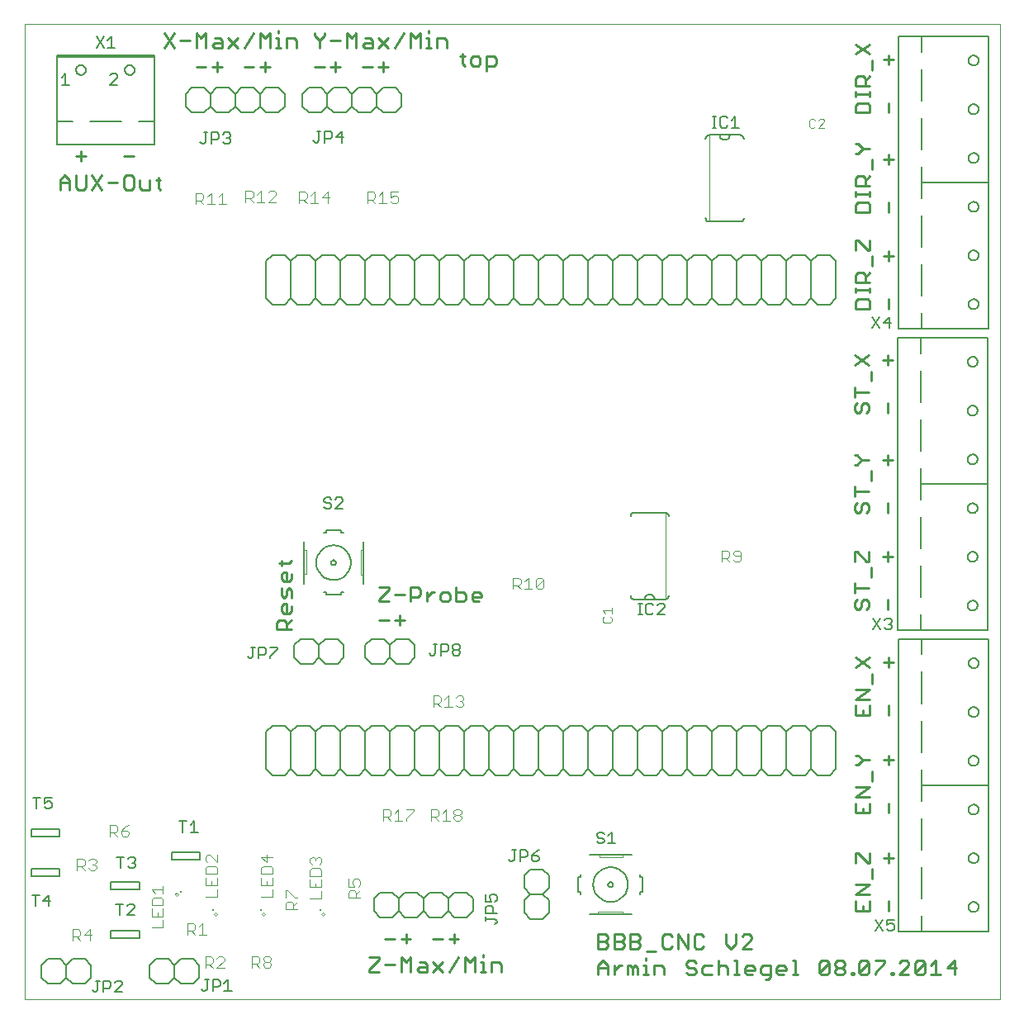
<source format=gto>
G75*
%MOIN*%
%OFA0B0*%
%FSLAX24Y24*%
%IPPOS*%
%LPD*%
%AMOC8*
5,1,8,0,0,1.08239X$1,22.5*
%
%ADD10C,0.0000*%
%ADD11C,0.0110*%
%ADD12C,0.0060*%
%ADD13C,0.0050*%
%ADD14C,0.0025*%
%ADD15C,0.0098*%
%ADD16C,0.0040*%
%ADD17C,0.0020*%
%ADD18C,0.0030*%
D10*
X000180Y000180D02*
X000180Y039550D01*
X039550Y039550D01*
X039550Y000180D01*
X000180Y000180D01*
D11*
X014093Y001298D02*
X014487Y001298D01*
X014738Y001593D02*
X015131Y001593D01*
X015382Y001298D02*
X015382Y001888D01*
X015579Y001692D01*
X015776Y001888D01*
X015776Y001298D01*
X016027Y001396D02*
X016125Y001495D01*
X016421Y001495D01*
X016421Y001593D02*
X016421Y001298D01*
X016125Y001298D01*
X016027Y001396D01*
X016125Y001692D02*
X016322Y001692D01*
X016421Y001593D01*
X016671Y001692D02*
X017065Y001298D01*
X017316Y001298D02*
X017710Y001888D01*
X017961Y001888D02*
X017961Y001298D01*
X018354Y001298D02*
X018354Y001888D01*
X018157Y001692D01*
X017961Y001888D01*
X018605Y001692D02*
X018704Y001692D01*
X018704Y001298D01*
X018802Y001298D02*
X018605Y001298D01*
X019035Y001298D02*
X019035Y001692D01*
X019330Y001692D01*
X019428Y001593D01*
X019428Y001298D01*
X018704Y001888D02*
X018704Y001987D01*
X017710Y002643D02*
X017316Y002643D01*
X017065Y002643D02*
X016671Y002643D01*
X015776Y002643D02*
X015382Y002643D01*
X015131Y002643D02*
X014738Y002643D01*
X014487Y001888D02*
X014093Y001888D01*
X014487Y001888D02*
X014487Y001790D01*
X014093Y001396D01*
X014093Y001298D01*
X015579Y002446D02*
X015579Y002840D01*
X017065Y001692D02*
X016671Y001298D01*
X017513Y002446D02*
X017513Y002840D01*
X023345Y002820D02*
X023345Y002230D01*
X023640Y002230D01*
X023739Y002328D01*
X023739Y002427D01*
X023640Y002525D01*
X023345Y002525D01*
X023345Y002820D02*
X023640Y002820D01*
X023739Y002722D01*
X023739Y002624D01*
X023640Y002525D01*
X023990Y002525D02*
X024285Y002525D01*
X024383Y002427D01*
X024383Y002328D01*
X024285Y002230D01*
X023990Y002230D01*
X023990Y002820D01*
X024285Y002820D01*
X024383Y002722D01*
X024383Y002624D01*
X024285Y002525D01*
X024634Y002525D02*
X024930Y002525D01*
X025028Y002427D01*
X025028Y002328D01*
X024930Y002230D01*
X024634Y002230D01*
X024634Y002820D01*
X024930Y002820D01*
X025028Y002722D01*
X025028Y002624D01*
X024930Y002525D01*
X025279Y002131D02*
X025673Y002131D01*
X025923Y002328D02*
X025923Y002722D01*
X026022Y002820D01*
X026219Y002820D01*
X026317Y002722D01*
X026568Y002820D02*
X026568Y002230D01*
X026317Y002328D02*
X026219Y002230D01*
X026022Y002230D01*
X025923Y002328D01*
X025896Y001574D02*
X025601Y001574D01*
X025601Y001180D01*
X025368Y001180D02*
X025171Y001180D01*
X025270Y001180D02*
X025270Y001574D01*
X025171Y001574D01*
X025270Y001770D02*
X025270Y001869D01*
X024921Y001475D02*
X024921Y001180D01*
X024724Y001180D02*
X024724Y001475D01*
X024822Y001574D01*
X024921Y001475D01*
X024724Y001475D02*
X024625Y001574D01*
X024527Y001574D01*
X024527Y001180D01*
X024285Y001574D02*
X024187Y001574D01*
X023990Y001377D01*
X023990Y001180D02*
X023990Y001574D01*
X023739Y001574D02*
X023739Y001180D01*
X023739Y001475D02*
X023345Y001475D01*
X023345Y001574D02*
X023542Y001770D01*
X023739Y001574D01*
X023345Y001574D02*
X023345Y001180D01*
X025896Y001574D02*
X025995Y001475D01*
X025995Y001180D01*
X026890Y001278D02*
X026989Y001180D01*
X027186Y001180D01*
X027284Y001278D01*
X027284Y001377D01*
X027186Y001475D01*
X026989Y001475D01*
X026890Y001574D01*
X026890Y001672D01*
X026989Y001770D01*
X027186Y001770D01*
X027284Y001672D01*
X027535Y001475D02*
X027535Y001278D01*
X027633Y001180D01*
X027928Y001180D01*
X028179Y001180D02*
X028179Y001770D01*
X028278Y001574D02*
X028179Y001475D01*
X028278Y001574D02*
X028475Y001574D01*
X028573Y001475D01*
X028573Y001180D01*
X028824Y001180D02*
X029021Y001180D01*
X028922Y001180D02*
X028922Y001770D01*
X028824Y001770D01*
X028698Y002230D02*
X028895Y002427D01*
X028895Y002820D01*
X029146Y002722D02*
X029245Y002820D01*
X029441Y002820D01*
X029540Y002722D01*
X029540Y002624D01*
X029146Y002230D01*
X029540Y002230D01*
X029549Y001574D02*
X029352Y001574D01*
X029254Y001475D01*
X029254Y001278D01*
X029352Y001180D01*
X029549Y001180D01*
X029647Y001377D02*
X029254Y001377D01*
X029549Y001574D02*
X029647Y001475D01*
X029647Y001377D01*
X029898Y001475D02*
X029898Y001278D01*
X029997Y001180D01*
X030292Y001180D01*
X030292Y001081D02*
X030292Y001574D01*
X029997Y001574D01*
X029898Y001475D01*
X030095Y000983D02*
X030193Y000983D01*
X030292Y001081D01*
X030543Y001278D02*
X030543Y001475D01*
X030641Y001574D01*
X030838Y001574D01*
X030936Y001475D01*
X030936Y001377D01*
X030543Y001377D01*
X030543Y001278D02*
X030641Y001180D01*
X030838Y001180D01*
X031187Y001180D02*
X031384Y001180D01*
X031286Y001180D02*
X031286Y001770D01*
X031187Y001770D01*
X032262Y001672D02*
X032262Y001278D01*
X032655Y001672D01*
X032655Y001278D01*
X032557Y001180D01*
X032360Y001180D01*
X032262Y001278D01*
X032262Y001672D02*
X032360Y001770D01*
X032557Y001770D01*
X032655Y001672D01*
X032906Y001672D02*
X032906Y001574D01*
X033004Y001475D01*
X033201Y001475D01*
X033300Y001377D01*
X033300Y001278D01*
X033201Y001180D01*
X033004Y001180D01*
X032906Y001278D01*
X032906Y001377D01*
X033004Y001475D01*
X033201Y001475D02*
X033300Y001574D01*
X033300Y001672D01*
X033201Y001770D01*
X033004Y001770D01*
X032906Y001672D01*
X033551Y001278D02*
X033551Y001180D01*
X033649Y001180D01*
X033649Y001278D01*
X033551Y001278D01*
X033873Y001278D02*
X033971Y001180D01*
X034168Y001180D01*
X034267Y001278D01*
X034267Y001672D01*
X033873Y001278D01*
X033873Y001672D01*
X033971Y001770D01*
X034168Y001770D01*
X034267Y001672D01*
X034517Y001770D02*
X034911Y001770D01*
X034911Y001672D01*
X034517Y001278D01*
X034517Y001180D01*
X035162Y001180D02*
X035260Y001180D01*
X035260Y001278D01*
X035162Y001278D01*
X035162Y001180D01*
X035484Y001180D02*
X035878Y001574D01*
X035878Y001672D01*
X035780Y001770D01*
X035583Y001770D01*
X035484Y001672D01*
X036129Y001672D02*
X036129Y001278D01*
X036522Y001672D01*
X036522Y001278D01*
X036424Y001180D01*
X036227Y001180D01*
X036129Y001278D01*
X035878Y001180D02*
X035484Y001180D01*
X036129Y001672D02*
X036227Y001770D01*
X036424Y001770D01*
X036522Y001672D01*
X036773Y001574D02*
X036970Y001770D01*
X036970Y001180D01*
X036773Y001180D02*
X037167Y001180D01*
X037418Y001475D02*
X037812Y001475D01*
X037713Y001180D02*
X037713Y001770D01*
X037418Y001475D01*
X035066Y003778D02*
X035066Y004172D01*
X034311Y004172D02*
X034311Y003778D01*
X033721Y003778D01*
X033721Y004172D01*
X033721Y004423D02*
X034311Y004817D01*
X033721Y004817D01*
X033721Y004423D02*
X034311Y004423D01*
X034016Y003975D02*
X034016Y003778D01*
X034410Y005067D02*
X034410Y005461D01*
X034311Y005712D02*
X034311Y006106D01*
X034311Y005712D02*
X034213Y005712D01*
X033819Y006106D01*
X033721Y006106D01*
X033721Y005712D01*
X034869Y005909D02*
X035263Y005909D01*
X035066Y005712D02*
X035066Y006106D01*
X035066Y007715D02*
X035066Y008109D01*
X034311Y008109D02*
X034311Y007715D01*
X033721Y007715D01*
X033721Y008109D01*
X033721Y008360D02*
X034311Y008754D01*
X033721Y008754D01*
X033721Y008360D02*
X034311Y008360D01*
X034410Y009004D02*
X034410Y009398D01*
X034311Y009846D02*
X034016Y009846D01*
X033819Y010043D01*
X033721Y010043D01*
X034016Y009846D02*
X033819Y009649D01*
X033721Y009649D01*
X034869Y009846D02*
X035263Y009846D01*
X035066Y009649D02*
X035066Y010043D01*
X035066Y011652D02*
X035066Y012046D01*
X034311Y012046D02*
X034311Y011652D01*
X033721Y011652D01*
X033721Y012046D01*
X033721Y012297D02*
X034311Y012691D01*
X033721Y012691D01*
X033721Y012297D02*
X034311Y012297D01*
X034016Y011849D02*
X034016Y011652D01*
X034410Y012941D02*
X034410Y013335D01*
X034311Y013586D02*
X033721Y013980D01*
X033721Y013586D02*
X034311Y013980D01*
X034869Y013783D02*
X035263Y013783D01*
X035066Y013586D02*
X035066Y013980D01*
X035027Y015944D02*
X035027Y016337D01*
X034272Y016239D02*
X034272Y016042D01*
X034173Y015944D01*
X033977Y016042D02*
X033977Y016239D01*
X034075Y016337D01*
X034173Y016337D01*
X034272Y016239D01*
X033977Y016042D02*
X033878Y015944D01*
X033780Y015944D01*
X033681Y016042D01*
X033681Y016239D01*
X033780Y016337D01*
X033681Y016588D02*
X033681Y016982D01*
X033681Y016785D02*
X034272Y016785D01*
X034370Y017233D02*
X034370Y017626D01*
X034272Y017877D02*
X034272Y018271D01*
X034272Y017877D02*
X034173Y017877D01*
X033780Y018271D01*
X033681Y018271D01*
X033681Y017877D01*
X034830Y018074D02*
X035223Y018074D01*
X035027Y017877D02*
X035027Y018271D01*
X035027Y019841D02*
X035027Y020235D01*
X034272Y020137D02*
X034272Y019940D01*
X034173Y019841D01*
X033977Y019940D02*
X033977Y020137D01*
X034075Y020235D01*
X034173Y020235D01*
X034272Y020137D01*
X033977Y019940D02*
X033878Y019841D01*
X033780Y019841D01*
X033681Y019940D01*
X033681Y020137D01*
X033780Y020235D01*
X033681Y020486D02*
X033681Y020880D01*
X033681Y020683D02*
X034272Y020683D01*
X034370Y021130D02*
X034370Y021524D01*
X034272Y021972D02*
X033977Y021972D01*
X033780Y022169D01*
X033681Y022169D01*
X033977Y021972D02*
X033780Y021775D01*
X033681Y021775D01*
X034830Y021972D02*
X035223Y021972D01*
X035027Y021775D02*
X035027Y022169D01*
X035027Y023857D02*
X035027Y024251D01*
X034272Y024152D02*
X034272Y023955D01*
X034173Y023857D01*
X033977Y023955D02*
X033977Y024152D01*
X034075Y024251D01*
X034173Y024251D01*
X034272Y024152D01*
X033977Y023955D02*
X033878Y023857D01*
X033780Y023857D01*
X033681Y023955D01*
X033681Y024152D01*
X033780Y024251D01*
X033681Y024502D02*
X033681Y024895D01*
X033681Y024698D02*
X034272Y024698D01*
X034370Y025146D02*
X034370Y025540D01*
X034272Y025791D02*
X033681Y026184D01*
X033681Y025791D02*
X034272Y026184D01*
X034830Y025988D02*
X035223Y025988D01*
X035027Y025791D02*
X035027Y026184D01*
X035066Y028070D02*
X035066Y028463D01*
X034311Y028365D02*
X034311Y028070D01*
X033721Y028070D01*
X033721Y028365D01*
X033819Y028463D01*
X034213Y028463D01*
X034311Y028365D01*
X034311Y028714D02*
X034311Y028911D01*
X034311Y028813D02*
X033721Y028813D01*
X033721Y028911D02*
X033721Y028714D01*
X033721Y029144D02*
X033721Y029439D01*
X033819Y029538D01*
X034016Y029538D01*
X034114Y029439D01*
X034114Y029144D01*
X034114Y029341D02*
X034311Y029538D01*
X034410Y029788D02*
X034410Y030182D01*
X034311Y030433D02*
X034311Y030827D01*
X034311Y030433D02*
X034213Y030433D01*
X033819Y030827D01*
X033721Y030827D01*
X033721Y030433D01*
X034869Y030200D02*
X035263Y030200D01*
X035066Y030003D02*
X035066Y030397D01*
X034311Y029144D02*
X033721Y029144D01*
X033721Y031967D02*
X033721Y032263D01*
X033819Y032361D01*
X034213Y032361D01*
X034311Y032263D01*
X034311Y031967D01*
X033721Y031967D01*
X033721Y032612D02*
X033721Y032809D01*
X033721Y032710D02*
X034311Y032710D01*
X034311Y032612D02*
X034311Y032809D01*
X034311Y033042D02*
X033721Y033042D01*
X033721Y033337D01*
X033819Y033435D01*
X034016Y033435D01*
X034114Y033337D01*
X034114Y033042D01*
X034114Y033238D02*
X034311Y033435D01*
X034410Y033686D02*
X034410Y034080D01*
X034311Y034527D02*
X034016Y034527D01*
X033819Y034724D01*
X033721Y034724D01*
X034016Y034527D02*
X033819Y034331D01*
X033721Y034331D01*
X034869Y034098D02*
X035263Y034098D01*
X035066Y033901D02*
X035066Y034295D01*
X035066Y035983D02*
X035066Y036377D01*
X034311Y036278D02*
X034311Y035983D01*
X033721Y035983D01*
X033721Y036278D01*
X033819Y036377D01*
X034213Y036377D01*
X034311Y036278D01*
X034311Y036628D02*
X034311Y036824D01*
X034311Y036726D02*
X033721Y036726D01*
X033721Y036628D02*
X033721Y036824D01*
X033721Y037057D02*
X033721Y037353D01*
X033819Y037451D01*
X034016Y037451D01*
X034114Y037353D01*
X034114Y037057D01*
X034114Y037254D02*
X034311Y037451D01*
X034410Y037702D02*
X034410Y038095D01*
X034311Y038346D02*
X033721Y038740D01*
X033721Y038346D02*
X034311Y038740D01*
X034869Y038114D02*
X035263Y038114D01*
X035066Y038310D02*
X035066Y037917D01*
X034311Y037057D02*
X033721Y037057D01*
X035066Y032361D02*
X035066Y031967D01*
X019223Y037971D02*
X019124Y037873D01*
X018829Y037873D01*
X018829Y037676D02*
X018829Y038266D01*
X019124Y038266D01*
X019223Y038168D01*
X019223Y037971D01*
X018578Y037971D02*
X018578Y038168D01*
X018480Y038266D01*
X018283Y038266D01*
X018184Y038168D01*
X018184Y037971D01*
X018283Y037873D01*
X018480Y037873D01*
X018578Y037971D01*
X017952Y037873D02*
X017853Y037971D01*
X017853Y038365D01*
X017755Y038266D02*
X017952Y038266D01*
X017228Y038590D02*
X017228Y038885D01*
X017130Y038984D01*
X016835Y038984D01*
X016835Y038590D01*
X016602Y038590D02*
X016405Y038590D01*
X016503Y038590D02*
X016503Y038984D01*
X016405Y038984D01*
X016503Y039181D02*
X016503Y039279D01*
X016154Y039181D02*
X016154Y038590D01*
X015760Y038590D02*
X015760Y039181D01*
X015957Y038984D01*
X016154Y039181D01*
X015509Y039181D02*
X015116Y038590D01*
X014865Y038590D02*
X014471Y038984D01*
X014220Y038885D02*
X014220Y038590D01*
X013925Y038590D01*
X013827Y038689D01*
X013925Y038787D01*
X014220Y038787D01*
X014220Y038885D02*
X014122Y038984D01*
X013925Y038984D01*
X013576Y039181D02*
X013576Y038590D01*
X013182Y038590D02*
X013182Y039181D01*
X013379Y038984D01*
X013576Y039181D01*
X012931Y038885D02*
X012538Y038885D01*
X012287Y039082D02*
X012287Y039181D01*
X012287Y039082D02*
X012090Y038885D01*
X012090Y038590D01*
X012090Y038885D02*
X011893Y039082D01*
X011893Y039181D01*
X011161Y038885D02*
X011161Y038590D01*
X011161Y038885D02*
X011062Y038984D01*
X010767Y038984D01*
X010767Y038590D01*
X010534Y038590D02*
X010337Y038590D01*
X010436Y038590D02*
X010436Y038984D01*
X010337Y038984D01*
X010436Y039181D02*
X010436Y039279D01*
X010087Y039181D02*
X010087Y038590D01*
X009693Y038590D02*
X009693Y039181D01*
X009890Y038984D01*
X010087Y039181D01*
X009442Y039181D02*
X009048Y038590D01*
X008797Y038590D02*
X008404Y038984D01*
X008153Y038885D02*
X008153Y038590D01*
X007858Y038590D01*
X007759Y038689D01*
X007858Y038787D01*
X008153Y038787D01*
X008153Y038885D02*
X008054Y038984D01*
X007858Y038984D01*
X007508Y039181D02*
X007508Y038590D01*
X007115Y038590D02*
X007115Y039181D01*
X007311Y038984D01*
X007508Y039181D01*
X006864Y038885D02*
X006470Y038885D01*
X006219Y038590D02*
X005826Y039181D01*
X006219Y039181D02*
X005826Y038590D01*
X007115Y037835D02*
X007508Y037835D01*
X007759Y037835D02*
X008153Y037835D01*
X007956Y037639D02*
X007956Y038032D01*
X008404Y038590D02*
X008797Y038984D01*
X009048Y037835D02*
X009442Y037835D01*
X009693Y037835D02*
X010087Y037835D01*
X009890Y037639D02*
X009890Y038032D01*
X011893Y037835D02*
X012287Y037835D01*
X012538Y037835D02*
X012931Y037835D01*
X012734Y037639D02*
X012734Y038032D01*
X013827Y037835D02*
X014220Y037835D01*
X014471Y037835D02*
X014865Y037835D01*
X014668Y037639D02*
X014668Y038032D01*
X014471Y038590D02*
X014865Y038984D01*
X005677Y033266D02*
X005480Y033266D01*
X005579Y033365D02*
X005579Y032971D01*
X005677Y032873D01*
X005229Y032873D02*
X005229Y033266D01*
X005229Y032873D02*
X004934Y032873D01*
X004836Y032971D01*
X004836Y033266D01*
X004585Y033365D02*
X004585Y032971D01*
X004486Y032873D01*
X004290Y032873D01*
X004191Y032971D01*
X004191Y033365D01*
X004290Y033463D01*
X004486Y033463D01*
X004585Y033365D01*
X003940Y033168D02*
X003547Y033168D01*
X003296Y032873D02*
X002902Y033463D01*
X002651Y033463D02*
X002651Y032971D01*
X002553Y032873D01*
X002356Y032873D01*
X002258Y032971D01*
X002258Y033463D01*
X002007Y033266D02*
X002007Y032873D01*
X002007Y033168D02*
X001613Y033168D01*
X001613Y033266D02*
X001810Y033463D01*
X002007Y033266D01*
X001613Y033266D02*
X001613Y032873D01*
X002902Y032873D02*
X003296Y033463D01*
X002651Y034218D02*
X002258Y034218D01*
X002454Y034415D02*
X002454Y034021D01*
X004191Y034218D02*
X004585Y034218D01*
X010558Y017892D02*
X010558Y017695D01*
X010460Y017794D02*
X010853Y017794D01*
X010952Y017892D01*
X010755Y017444D02*
X010657Y017444D01*
X010558Y017346D01*
X010558Y017149D01*
X010657Y017051D01*
X010853Y017051D01*
X010952Y017149D01*
X010952Y017346D01*
X010755Y017444D02*
X010755Y017051D01*
X010853Y016800D02*
X010755Y016701D01*
X010755Y016504D01*
X010657Y016406D01*
X010558Y016504D01*
X010558Y016800D01*
X010853Y016800D02*
X010952Y016701D01*
X010952Y016406D01*
X010755Y016155D02*
X010657Y016155D01*
X010558Y016057D01*
X010558Y015860D01*
X010657Y015761D01*
X010853Y015761D01*
X010952Y015860D01*
X010952Y016057D01*
X010755Y016155D02*
X010755Y015761D01*
X010657Y015511D02*
X010755Y015412D01*
X010755Y015117D01*
X010755Y015314D02*
X010952Y015511D01*
X010657Y015511D02*
X010460Y015511D01*
X010361Y015412D01*
X010361Y015117D01*
X010952Y015117D01*
X014487Y015491D02*
X014881Y015491D01*
X015132Y015491D02*
X015525Y015491D01*
X015328Y015688D02*
X015328Y015294D01*
X014881Y016246D02*
X014487Y016246D01*
X014487Y016344D01*
X014881Y016738D01*
X014881Y016836D01*
X014487Y016836D01*
X015132Y016541D02*
X015525Y016541D01*
X015776Y016442D02*
X016071Y016442D01*
X016170Y016541D01*
X016170Y016738D01*
X016071Y016836D01*
X015776Y016836D01*
X015776Y016246D01*
X016421Y016246D02*
X016421Y016639D01*
X016617Y016639D02*
X016716Y016639D01*
X016617Y016639D02*
X016421Y016442D01*
X016958Y016344D02*
X017056Y016246D01*
X017253Y016246D01*
X017351Y016344D01*
X017351Y016541D01*
X017253Y016639D01*
X017056Y016639D01*
X016958Y016541D01*
X016958Y016344D01*
X017602Y016246D02*
X017898Y016246D01*
X017996Y016344D01*
X017996Y016541D01*
X017898Y016639D01*
X017602Y016639D01*
X017602Y016836D02*
X017602Y016246D01*
X018247Y016344D02*
X018247Y016541D01*
X018345Y016639D01*
X018542Y016639D01*
X018641Y016541D01*
X018641Y016442D01*
X018247Y016442D01*
X018247Y016344D02*
X018345Y016246D01*
X018542Y016246D01*
X026568Y002820D02*
X026962Y002230D01*
X026962Y002820D01*
X027213Y002722D02*
X027213Y002328D01*
X027311Y002230D01*
X027508Y002230D01*
X027606Y002328D01*
X027606Y002722D02*
X027508Y002820D01*
X027311Y002820D01*
X027213Y002722D01*
X027633Y001574D02*
X027535Y001475D01*
X027633Y001574D02*
X027928Y001574D01*
X028698Y002230D02*
X028502Y002427D01*
X028502Y002820D01*
X034016Y007715D02*
X034016Y007912D01*
D12*
X032686Y009245D02*
X032186Y009245D01*
X031936Y009495D01*
X031936Y010995D01*
X032186Y011245D01*
X032686Y011245D01*
X032936Y010995D01*
X032936Y009495D01*
X032686Y009245D01*
X031936Y009495D02*
X031686Y009245D01*
X031186Y009245D01*
X030936Y009495D01*
X030936Y010995D01*
X031186Y011245D01*
X031686Y011245D01*
X031936Y010995D01*
X030936Y010995D02*
X030686Y011245D01*
X030186Y011245D01*
X029936Y010995D01*
X029936Y009495D01*
X030186Y009245D01*
X030686Y009245D01*
X030936Y009495D01*
X029936Y009495D02*
X029686Y009245D01*
X029186Y009245D01*
X028936Y009495D01*
X028936Y010995D01*
X029186Y011245D01*
X029686Y011245D01*
X029936Y010995D01*
X028936Y010995D02*
X028686Y011245D01*
X028186Y011245D01*
X027936Y010995D01*
X027936Y009495D01*
X028186Y009245D01*
X028686Y009245D01*
X028936Y009495D01*
X027936Y009495D02*
X027686Y009245D01*
X027186Y009245D01*
X026936Y009495D01*
X026936Y010995D01*
X027186Y011245D01*
X027686Y011245D01*
X027936Y010995D01*
X026936Y010995D02*
X026686Y011245D01*
X026186Y011245D01*
X025936Y010995D01*
X025936Y009495D01*
X026186Y009245D01*
X026686Y009245D01*
X026936Y009495D01*
X025936Y009495D02*
X025686Y009245D01*
X025186Y009245D01*
X024936Y009495D01*
X024936Y010995D01*
X025186Y011245D01*
X025686Y011245D01*
X025936Y010995D01*
X024936Y010995D02*
X024686Y011245D01*
X024186Y011245D01*
X023936Y010995D01*
X023936Y009495D01*
X023686Y009245D01*
X023186Y009245D01*
X022936Y009495D01*
X022936Y010995D01*
X023186Y011245D01*
X023686Y011245D01*
X023936Y010995D01*
X022936Y010995D02*
X022686Y011245D01*
X022186Y011245D01*
X021936Y010995D01*
X021936Y009495D01*
X021686Y009245D01*
X021186Y009245D01*
X020936Y009495D01*
X020936Y010995D01*
X021186Y011245D01*
X021686Y011245D01*
X021936Y010995D01*
X020936Y010995D02*
X020686Y011245D01*
X020186Y011245D01*
X019936Y010995D01*
X019936Y009495D01*
X019686Y009245D01*
X019186Y009245D01*
X018936Y009495D01*
X018936Y010995D01*
X019186Y011245D01*
X019686Y011245D01*
X019936Y010995D01*
X018936Y010995D02*
X018686Y011245D01*
X018186Y011245D01*
X017936Y010995D01*
X017936Y009495D01*
X017686Y009245D01*
X017186Y009245D01*
X016936Y009495D01*
X016936Y010995D01*
X017186Y011245D01*
X017686Y011245D01*
X017936Y010995D01*
X016936Y010995D02*
X016686Y011245D01*
X016186Y011245D01*
X015936Y010995D01*
X015936Y009495D01*
X016186Y009245D01*
X016686Y009245D01*
X016936Y009495D01*
X015936Y009495D02*
X015686Y009245D01*
X015186Y009245D01*
X014936Y009495D01*
X014936Y010995D01*
X015186Y011245D01*
X015686Y011245D01*
X015936Y010995D01*
X014936Y010995D02*
X014686Y011245D01*
X014186Y011245D01*
X013936Y010995D01*
X013936Y009495D01*
X014186Y009245D01*
X014686Y009245D01*
X014936Y009495D01*
X013936Y009495D02*
X013686Y009245D01*
X013186Y009245D01*
X012936Y009495D01*
X012936Y010995D01*
X013186Y011245D01*
X013686Y011245D01*
X013936Y010995D01*
X012936Y010995D02*
X012686Y011245D01*
X012186Y011245D01*
X011936Y010995D01*
X011936Y009495D01*
X012186Y009245D01*
X012686Y009245D01*
X012936Y009495D01*
X011936Y009495D02*
X011686Y009245D01*
X011186Y009245D01*
X010936Y009495D01*
X010936Y010995D01*
X011186Y011245D01*
X011686Y011245D01*
X011936Y010995D01*
X010936Y010995D02*
X010686Y011245D01*
X010186Y011245D01*
X009936Y010995D01*
X009936Y009495D01*
X010186Y009245D01*
X010686Y009245D01*
X010936Y009495D01*
X007256Y006117D02*
X007256Y005817D01*
X006116Y005817D01*
X006116Y006117D01*
X007256Y006117D01*
X004815Y004936D02*
X004815Y004636D01*
X003675Y004636D01*
X003675Y004936D01*
X004815Y004936D01*
X004815Y002968D02*
X003675Y002968D01*
X003675Y002668D01*
X004815Y002668D01*
X004815Y002968D01*
X005493Y001822D02*
X005243Y001572D01*
X005243Y001072D01*
X005493Y000822D01*
X005993Y000822D01*
X006243Y001072D01*
X006493Y000822D01*
X006993Y000822D01*
X007243Y001072D01*
X007243Y001572D01*
X006993Y001822D01*
X006493Y001822D01*
X006243Y001572D01*
X006243Y001072D01*
X006243Y001572D02*
X005993Y001822D01*
X005493Y001822D01*
X002873Y001572D02*
X002873Y001072D01*
X002623Y000822D01*
X002123Y000822D01*
X001873Y001072D01*
X001623Y000822D01*
X001123Y000822D01*
X000873Y001072D01*
X000873Y001572D01*
X001123Y001822D01*
X001623Y001822D01*
X001873Y001572D01*
X002123Y001822D01*
X002623Y001822D01*
X002873Y001572D01*
X001873Y001572D02*
X001873Y001072D01*
X001587Y005148D02*
X000447Y005148D01*
X000447Y005448D01*
X001587Y005448D01*
X001587Y005148D01*
X001587Y006762D02*
X000447Y006762D01*
X000447Y007062D01*
X001587Y007062D01*
X001587Y006762D01*
X011070Y013985D02*
X011070Y014485D01*
X011320Y014735D01*
X011820Y014735D01*
X012070Y014485D01*
X012320Y014735D01*
X012820Y014735D01*
X013070Y014485D01*
X013070Y013985D01*
X012820Y013735D01*
X012320Y013735D01*
X012070Y013985D01*
X011820Y013735D01*
X011320Y013735D01*
X011070Y013985D01*
X012070Y013985D02*
X012070Y014485D01*
X013944Y014485D02*
X013944Y013985D01*
X014194Y013735D01*
X014694Y013735D01*
X014944Y013985D01*
X014944Y014485D01*
X014694Y014735D01*
X014194Y014735D01*
X013944Y014485D01*
X014944Y014485D02*
X015194Y014735D01*
X015694Y014735D01*
X015944Y014485D01*
X015944Y013985D01*
X015694Y013735D01*
X015194Y013735D01*
X014944Y013985D01*
X012960Y016518D02*
X012360Y016518D01*
X012360Y016618D01*
X012260Y016618D01*
X012960Y016618D02*
X013060Y016618D01*
X012960Y016618D02*
X012960Y016518D01*
X013860Y016968D02*
X013860Y017318D01*
X013860Y018318D01*
X013860Y018668D01*
X013060Y019018D02*
X012960Y019018D01*
X012960Y019118D01*
X012360Y019118D01*
X012360Y019018D01*
X012260Y019018D01*
X011460Y018668D02*
X011460Y018318D01*
X011460Y017368D01*
X011460Y016968D01*
X012560Y017818D02*
X012562Y017838D01*
X012568Y017856D01*
X012577Y017874D01*
X012589Y017889D01*
X012604Y017901D01*
X012622Y017910D01*
X012640Y017916D01*
X012660Y017918D01*
X012680Y017916D01*
X012698Y017910D01*
X012716Y017901D01*
X012731Y017889D01*
X012743Y017874D01*
X012752Y017856D01*
X012758Y017838D01*
X012760Y017818D01*
X012758Y017798D01*
X012752Y017780D01*
X012743Y017762D01*
X012731Y017747D01*
X012716Y017735D01*
X012698Y017726D01*
X012680Y017720D01*
X012660Y017718D01*
X012640Y017720D01*
X012622Y017726D01*
X012604Y017735D01*
X012589Y017747D01*
X012577Y017762D01*
X012568Y017780D01*
X012562Y017798D01*
X012560Y017818D01*
X011960Y017818D02*
X011962Y017870D01*
X011968Y017922D01*
X011978Y017974D01*
X011991Y018024D01*
X012008Y018074D01*
X012029Y018122D01*
X012054Y018168D01*
X012082Y018212D01*
X012113Y018254D01*
X012147Y018294D01*
X012184Y018331D01*
X012224Y018365D01*
X012266Y018396D01*
X012310Y018424D01*
X012356Y018449D01*
X012404Y018470D01*
X012454Y018487D01*
X012504Y018500D01*
X012556Y018510D01*
X012608Y018516D01*
X012660Y018518D01*
X012712Y018516D01*
X012764Y018510D01*
X012816Y018500D01*
X012866Y018487D01*
X012916Y018470D01*
X012964Y018449D01*
X013010Y018424D01*
X013054Y018396D01*
X013096Y018365D01*
X013136Y018331D01*
X013173Y018294D01*
X013207Y018254D01*
X013238Y018212D01*
X013266Y018168D01*
X013291Y018122D01*
X013312Y018074D01*
X013329Y018024D01*
X013342Y017974D01*
X013352Y017922D01*
X013358Y017870D01*
X013360Y017818D01*
X013358Y017766D01*
X013352Y017714D01*
X013342Y017662D01*
X013329Y017612D01*
X013312Y017562D01*
X013291Y017514D01*
X013266Y017468D01*
X013238Y017424D01*
X013207Y017382D01*
X013173Y017342D01*
X013136Y017305D01*
X013096Y017271D01*
X013054Y017240D01*
X013010Y017212D01*
X012964Y017187D01*
X012916Y017166D01*
X012866Y017149D01*
X012816Y017136D01*
X012764Y017126D01*
X012712Y017120D01*
X012660Y017118D01*
X012608Y017120D01*
X012556Y017126D01*
X012504Y017136D01*
X012454Y017149D01*
X012404Y017166D01*
X012356Y017187D01*
X012310Y017212D01*
X012266Y017240D01*
X012224Y017271D01*
X012184Y017305D01*
X012147Y017342D01*
X012113Y017382D01*
X012082Y017424D01*
X012054Y017468D01*
X012029Y017514D01*
X012008Y017562D01*
X011991Y017612D01*
X011978Y017662D01*
X011968Y017714D01*
X011962Y017766D01*
X011960Y017818D01*
X017936Y009495D02*
X018186Y009245D01*
X018686Y009245D01*
X018936Y009495D01*
X019936Y009495D02*
X020186Y009245D01*
X020686Y009245D01*
X020936Y009495D01*
X021936Y009495D02*
X022186Y009245D01*
X022686Y009245D01*
X022936Y009495D01*
X023936Y009495D02*
X024186Y009245D01*
X024686Y009245D01*
X024936Y009495D01*
X024691Y006026D02*
X024341Y006026D01*
X023391Y006026D01*
X022991Y006026D01*
X022641Y005226D02*
X022641Y005126D01*
X022541Y005126D01*
X022541Y004526D01*
X022641Y004526D01*
X022641Y004426D01*
X022991Y003626D02*
X023341Y003626D01*
X024341Y003626D01*
X024691Y003626D01*
X025041Y004426D02*
X025041Y004526D01*
X025141Y004526D01*
X025141Y005126D01*
X025041Y005126D01*
X025041Y005226D01*
X023741Y004826D02*
X023743Y004846D01*
X023749Y004864D01*
X023758Y004882D01*
X023770Y004897D01*
X023785Y004909D01*
X023803Y004918D01*
X023821Y004924D01*
X023841Y004926D01*
X023861Y004924D01*
X023879Y004918D01*
X023897Y004909D01*
X023912Y004897D01*
X023924Y004882D01*
X023933Y004864D01*
X023939Y004846D01*
X023941Y004826D01*
X023939Y004806D01*
X023933Y004788D01*
X023924Y004770D01*
X023912Y004755D01*
X023897Y004743D01*
X023879Y004734D01*
X023861Y004728D01*
X023841Y004726D01*
X023821Y004728D01*
X023803Y004734D01*
X023785Y004743D01*
X023770Y004755D01*
X023758Y004770D01*
X023749Y004788D01*
X023743Y004806D01*
X023741Y004826D01*
X023141Y004826D02*
X023143Y004878D01*
X023149Y004930D01*
X023159Y004982D01*
X023172Y005032D01*
X023189Y005082D01*
X023210Y005130D01*
X023235Y005176D01*
X023263Y005220D01*
X023294Y005262D01*
X023328Y005302D01*
X023365Y005339D01*
X023405Y005373D01*
X023447Y005404D01*
X023491Y005432D01*
X023537Y005457D01*
X023585Y005478D01*
X023635Y005495D01*
X023685Y005508D01*
X023737Y005518D01*
X023789Y005524D01*
X023841Y005526D01*
X023893Y005524D01*
X023945Y005518D01*
X023997Y005508D01*
X024047Y005495D01*
X024097Y005478D01*
X024145Y005457D01*
X024191Y005432D01*
X024235Y005404D01*
X024277Y005373D01*
X024317Y005339D01*
X024354Y005302D01*
X024388Y005262D01*
X024419Y005220D01*
X024447Y005176D01*
X024472Y005130D01*
X024493Y005082D01*
X024510Y005032D01*
X024523Y004982D01*
X024533Y004930D01*
X024539Y004878D01*
X024541Y004826D01*
X024539Y004774D01*
X024533Y004722D01*
X024523Y004670D01*
X024510Y004620D01*
X024493Y004570D01*
X024472Y004522D01*
X024447Y004476D01*
X024419Y004432D01*
X024388Y004390D01*
X024354Y004350D01*
X024317Y004313D01*
X024277Y004279D01*
X024235Y004248D01*
X024191Y004220D01*
X024145Y004195D01*
X024097Y004174D01*
X024047Y004157D01*
X023997Y004144D01*
X023945Y004134D01*
X023893Y004128D01*
X023841Y004126D01*
X023789Y004128D01*
X023737Y004134D01*
X023685Y004144D01*
X023635Y004157D01*
X023585Y004174D01*
X023537Y004195D01*
X023491Y004220D01*
X023447Y004248D01*
X023405Y004279D01*
X023365Y004313D01*
X023328Y004350D01*
X023294Y004390D01*
X023263Y004432D01*
X023235Y004476D01*
X023210Y004522D01*
X023189Y004570D01*
X023172Y004620D01*
X023159Y004670D01*
X023149Y004722D01*
X023143Y004774D01*
X023141Y004826D01*
X021349Y004682D02*
X021099Y004432D01*
X021349Y004182D01*
X021349Y003682D01*
X021099Y003432D01*
X020599Y003432D01*
X020349Y003682D01*
X020349Y004182D01*
X020599Y004432D01*
X020349Y004682D01*
X020349Y005182D01*
X020599Y005432D01*
X021099Y005432D01*
X021349Y005182D01*
X021349Y004682D01*
X021099Y004432D02*
X020599Y004432D01*
X018282Y004249D02*
X018282Y003749D01*
X018032Y003499D01*
X017532Y003499D01*
X017282Y003749D01*
X017032Y003499D01*
X016532Y003499D01*
X016282Y003749D01*
X016282Y004249D01*
X016532Y004499D01*
X017032Y004499D01*
X017282Y004249D01*
X017532Y004499D01*
X018032Y004499D01*
X018282Y004249D01*
X017282Y004249D02*
X017282Y003749D01*
X016282Y003749D02*
X016032Y003499D01*
X015532Y003499D01*
X015282Y003749D01*
X015032Y003499D01*
X014532Y003499D01*
X014282Y003749D01*
X014282Y004249D01*
X014532Y004499D01*
X015032Y004499D01*
X015282Y004249D01*
X015532Y004499D01*
X016032Y004499D01*
X016282Y004249D01*
X015282Y004249D02*
X015282Y003749D01*
X024796Y016343D02*
X025216Y016343D01*
X025616Y016343D01*
X026036Y016343D01*
X026059Y016345D01*
X026082Y016350D01*
X026104Y016359D01*
X026124Y016372D01*
X026142Y016387D01*
X026157Y016405D01*
X026170Y016425D01*
X026179Y016447D01*
X026184Y016470D01*
X026186Y016493D01*
X025616Y016343D02*
X025614Y016370D01*
X025609Y016397D01*
X025599Y016423D01*
X025587Y016447D01*
X025571Y016469D01*
X025553Y016489D01*
X025531Y016506D01*
X025508Y016521D01*
X025483Y016531D01*
X025457Y016539D01*
X025430Y016543D01*
X025402Y016543D01*
X025375Y016539D01*
X025349Y016531D01*
X025324Y016521D01*
X025301Y016506D01*
X025279Y016489D01*
X025261Y016469D01*
X025245Y016447D01*
X025233Y016423D01*
X025223Y016397D01*
X025218Y016370D01*
X025216Y016343D01*
X024796Y016343D02*
X024773Y016345D01*
X024750Y016350D01*
X024728Y016359D01*
X024708Y016372D01*
X024690Y016387D01*
X024675Y016405D01*
X024662Y016425D01*
X024653Y016447D01*
X024648Y016470D01*
X024646Y016493D01*
X024646Y019693D02*
X024648Y019716D01*
X024653Y019739D01*
X024662Y019761D01*
X024675Y019781D01*
X024690Y019799D01*
X024708Y019814D01*
X024728Y019827D01*
X024750Y019836D01*
X024773Y019841D01*
X024796Y019843D01*
X026036Y019843D01*
X026059Y019841D01*
X026082Y019836D01*
X026104Y019827D01*
X026124Y019814D01*
X026142Y019799D01*
X026157Y019781D01*
X026170Y019761D01*
X026179Y019739D01*
X026184Y019716D01*
X026186Y019693D01*
X026186Y028245D02*
X025936Y028495D01*
X025936Y029995D01*
X026186Y030245D01*
X026686Y030245D01*
X026936Y029995D01*
X027186Y030245D01*
X027686Y030245D01*
X027936Y029995D01*
X028186Y030245D01*
X028686Y030245D01*
X028936Y029995D01*
X029186Y030245D01*
X029686Y030245D01*
X029936Y029995D01*
X030186Y030245D01*
X030686Y030245D01*
X030936Y029995D01*
X031186Y030245D01*
X031686Y030245D01*
X031936Y029995D01*
X032186Y030245D01*
X032686Y030245D01*
X032936Y029995D01*
X032936Y028495D01*
X032686Y028245D01*
X032186Y028245D01*
X031936Y028495D01*
X031936Y029995D01*
X030936Y029995D02*
X030936Y028495D01*
X031186Y028245D01*
X031686Y028245D01*
X031936Y028495D01*
X030936Y028495D02*
X030686Y028245D01*
X030186Y028245D01*
X029936Y028495D01*
X029936Y029995D01*
X028936Y029995D02*
X028936Y028495D01*
X029186Y028245D01*
X029686Y028245D01*
X029936Y028495D01*
X028936Y028495D02*
X028686Y028245D01*
X028186Y028245D01*
X027936Y028495D01*
X027936Y029995D01*
X026936Y029995D02*
X026936Y028495D01*
X027186Y028245D01*
X027686Y028245D01*
X027936Y028495D01*
X026936Y028495D02*
X026686Y028245D01*
X026186Y028245D01*
X025936Y028495D02*
X025686Y028245D01*
X025186Y028245D01*
X024936Y028495D01*
X024936Y029995D01*
X025186Y030245D01*
X025686Y030245D01*
X025936Y029995D01*
X024936Y029995D02*
X024686Y030245D01*
X024186Y030245D01*
X023936Y029995D01*
X023936Y028495D01*
X023686Y028245D01*
X023186Y028245D01*
X022936Y028495D01*
X022936Y029995D01*
X023186Y030245D01*
X023686Y030245D01*
X023936Y029995D01*
X022936Y029995D02*
X022686Y030245D01*
X022186Y030245D01*
X021936Y029995D01*
X021936Y028495D01*
X021686Y028245D01*
X021186Y028245D01*
X020936Y028495D01*
X020936Y029995D01*
X021186Y030245D01*
X021686Y030245D01*
X021936Y029995D01*
X020936Y029995D02*
X020686Y030245D01*
X020186Y030245D01*
X019936Y029995D01*
X019936Y028495D01*
X019686Y028245D01*
X019186Y028245D01*
X018936Y028495D01*
X018936Y029995D01*
X019186Y030245D01*
X019686Y030245D01*
X019936Y029995D01*
X018936Y029995D02*
X018686Y030245D01*
X018186Y030245D01*
X017936Y029995D01*
X017936Y028495D01*
X017686Y028245D01*
X017186Y028245D01*
X016936Y028495D01*
X016936Y029995D01*
X017186Y030245D01*
X017686Y030245D01*
X017936Y029995D01*
X016936Y029995D02*
X016686Y030245D01*
X016186Y030245D01*
X015936Y029995D01*
X015936Y028495D01*
X016186Y028245D01*
X016686Y028245D01*
X016936Y028495D01*
X015936Y028495D02*
X015686Y028245D01*
X015186Y028245D01*
X014936Y028495D01*
X014936Y029995D01*
X015186Y030245D01*
X015686Y030245D01*
X015936Y029995D01*
X014936Y029995D02*
X014686Y030245D01*
X014186Y030245D01*
X013936Y029995D01*
X013936Y028495D01*
X014186Y028245D01*
X014686Y028245D01*
X014936Y028495D01*
X013936Y028495D02*
X013686Y028245D01*
X013186Y028245D01*
X012936Y028495D01*
X012936Y029995D01*
X013186Y030245D01*
X013686Y030245D01*
X013936Y029995D01*
X012936Y029995D02*
X012686Y030245D01*
X012186Y030245D01*
X011936Y029995D01*
X011936Y028495D01*
X012186Y028245D01*
X012686Y028245D01*
X012936Y028495D01*
X011936Y028495D02*
X011686Y028245D01*
X011186Y028245D01*
X010936Y028495D01*
X010936Y029995D01*
X011186Y030245D01*
X011686Y030245D01*
X011936Y029995D01*
X010936Y029995D02*
X010686Y030245D01*
X010186Y030245D01*
X009936Y029995D01*
X009936Y028495D01*
X010186Y028245D01*
X010686Y028245D01*
X010936Y028495D01*
X005413Y034684D02*
X005413Y035624D01*
X005413Y038224D01*
X001484Y038224D01*
X001484Y038304D01*
X005413Y038304D01*
X005413Y038224D01*
X004233Y037704D02*
X004235Y037732D01*
X004241Y037759D01*
X004250Y037785D01*
X004263Y037810D01*
X004280Y037833D01*
X004299Y037853D01*
X004321Y037870D01*
X004345Y037884D01*
X004371Y037894D01*
X004398Y037901D01*
X004426Y037904D01*
X004454Y037903D01*
X004481Y037898D01*
X004508Y037889D01*
X004533Y037877D01*
X004556Y037862D01*
X004577Y037843D01*
X004595Y037822D01*
X004610Y037798D01*
X004621Y037772D01*
X004629Y037746D01*
X004633Y037718D01*
X004633Y037690D01*
X004629Y037662D01*
X004621Y037636D01*
X004610Y037610D01*
X004595Y037586D01*
X004577Y037565D01*
X004556Y037546D01*
X004533Y037531D01*
X004508Y037519D01*
X004481Y037510D01*
X004454Y037505D01*
X004426Y037504D01*
X004398Y037507D01*
X004371Y037514D01*
X004345Y037524D01*
X004321Y037538D01*
X004299Y037555D01*
X004280Y037575D01*
X004263Y037598D01*
X004250Y037623D01*
X004241Y037649D01*
X004235Y037676D01*
X004233Y037704D01*
X002263Y037704D02*
X002265Y037732D01*
X002271Y037759D01*
X002280Y037785D01*
X002293Y037810D01*
X002310Y037833D01*
X002329Y037853D01*
X002351Y037870D01*
X002375Y037884D01*
X002401Y037894D01*
X002428Y037901D01*
X002456Y037904D01*
X002484Y037903D01*
X002511Y037898D01*
X002538Y037889D01*
X002563Y037877D01*
X002586Y037862D01*
X002607Y037843D01*
X002625Y037822D01*
X002640Y037798D01*
X002651Y037772D01*
X002659Y037746D01*
X002663Y037718D01*
X002663Y037690D01*
X002659Y037662D01*
X002651Y037636D01*
X002640Y037610D01*
X002625Y037586D01*
X002607Y037565D01*
X002586Y037546D01*
X002563Y037531D01*
X002538Y037519D01*
X002511Y037510D01*
X002484Y037505D01*
X002456Y037504D01*
X002428Y037507D01*
X002401Y037514D01*
X002375Y037524D01*
X002351Y037538D01*
X002329Y037555D01*
X002310Y037575D01*
X002293Y037598D01*
X002280Y037623D01*
X002271Y037649D01*
X002265Y037676D01*
X002263Y037704D01*
X001484Y038224D02*
X001484Y035624D01*
X002113Y035624D01*
X001484Y035624D02*
X001484Y034684D01*
X005413Y034684D01*
X005413Y035624D02*
X004784Y035624D01*
X004084Y035624D02*
X002813Y035624D01*
X006684Y036229D02*
X006684Y036729D01*
X006934Y036979D01*
X007434Y036979D01*
X007684Y036729D01*
X007934Y036979D01*
X008434Y036979D01*
X008684Y036729D01*
X008934Y036979D01*
X009434Y036979D01*
X009684Y036729D01*
X009934Y036979D01*
X010434Y036979D01*
X010684Y036729D01*
X010684Y036229D01*
X010434Y035979D01*
X009934Y035979D01*
X009684Y036229D01*
X009434Y035979D01*
X008934Y035979D01*
X008684Y036229D01*
X008684Y036729D01*
X008684Y036229D02*
X008434Y035979D01*
X007934Y035979D01*
X007684Y036229D01*
X007434Y035979D01*
X006934Y035979D01*
X006684Y036229D01*
X007684Y036229D02*
X007684Y036729D01*
X009684Y036729D02*
X009684Y036229D01*
X011408Y036229D02*
X011408Y036729D01*
X011658Y036979D01*
X012158Y036979D01*
X012408Y036729D01*
X012658Y036979D01*
X013158Y036979D01*
X013408Y036729D01*
X013658Y036979D01*
X014158Y036979D01*
X014408Y036729D01*
X014658Y036979D01*
X015158Y036979D01*
X015408Y036729D01*
X015408Y036229D01*
X015158Y035979D01*
X014658Y035979D01*
X014408Y036229D01*
X014158Y035979D01*
X013658Y035979D01*
X013408Y036229D01*
X013408Y036729D01*
X013408Y036229D02*
X013158Y035979D01*
X012658Y035979D01*
X012408Y036229D01*
X012158Y035979D01*
X011658Y035979D01*
X011408Y036229D01*
X012408Y036229D02*
X012408Y036729D01*
X014408Y036729D02*
X014408Y036229D01*
X017936Y028495D02*
X018186Y028245D01*
X018686Y028245D01*
X018936Y028495D01*
X019936Y028495D02*
X020186Y028245D01*
X020686Y028245D01*
X020936Y028495D01*
X021936Y028495D02*
X022186Y028245D01*
X022686Y028245D01*
X022936Y028495D01*
X023936Y028495D02*
X024186Y028245D01*
X024686Y028245D01*
X024936Y028495D01*
X027828Y031580D02*
X029068Y031580D01*
X029091Y031582D01*
X029114Y031587D01*
X029136Y031596D01*
X029156Y031609D01*
X029174Y031624D01*
X029189Y031642D01*
X029202Y031662D01*
X029211Y031684D01*
X029216Y031707D01*
X029218Y031730D01*
X027828Y031580D02*
X027805Y031582D01*
X027782Y031587D01*
X027760Y031596D01*
X027740Y031609D01*
X027722Y031624D01*
X027707Y031642D01*
X027694Y031662D01*
X027685Y031684D01*
X027680Y031707D01*
X027678Y031730D01*
X027678Y034930D02*
X027680Y034953D01*
X027685Y034976D01*
X027694Y034998D01*
X027707Y035018D01*
X027722Y035036D01*
X027740Y035051D01*
X027760Y035064D01*
X027782Y035073D01*
X027805Y035078D01*
X027828Y035080D01*
X028248Y035080D01*
X028648Y035080D01*
X029068Y035080D01*
X029091Y035078D01*
X029114Y035073D01*
X029136Y035064D01*
X029156Y035051D01*
X029174Y035036D01*
X029189Y035018D01*
X029202Y034998D01*
X029211Y034976D01*
X029216Y034953D01*
X029218Y034930D01*
X028648Y035080D02*
X028646Y035053D01*
X028641Y035026D01*
X028631Y035000D01*
X028619Y034976D01*
X028603Y034954D01*
X028585Y034934D01*
X028563Y034917D01*
X028540Y034902D01*
X028515Y034892D01*
X028489Y034884D01*
X028462Y034880D01*
X028434Y034880D01*
X028407Y034884D01*
X028381Y034892D01*
X028356Y034902D01*
X028333Y034917D01*
X028311Y034934D01*
X028293Y034954D01*
X028277Y034976D01*
X028265Y035000D01*
X028255Y035026D01*
X028250Y035053D01*
X028248Y035080D01*
X035471Y039073D02*
X036411Y039073D01*
X036411Y038443D01*
X036411Y039073D02*
X039091Y039073D01*
X039091Y033173D01*
X036411Y033173D01*
X036411Y033803D01*
X036411Y034503D02*
X036411Y035773D01*
X036411Y036473D02*
X036411Y037743D01*
X035471Y039073D02*
X035471Y027263D01*
X036411Y027263D01*
X036411Y027893D01*
X036411Y028593D02*
X036411Y029863D01*
X036411Y030563D02*
X036411Y031834D01*
X036411Y032534D02*
X036411Y033173D01*
X038291Y034153D02*
X038293Y034181D01*
X038299Y034208D01*
X038308Y034234D01*
X038321Y034259D01*
X038338Y034282D01*
X038357Y034302D01*
X038379Y034319D01*
X038403Y034333D01*
X038429Y034343D01*
X038456Y034350D01*
X038484Y034353D01*
X038512Y034352D01*
X038539Y034347D01*
X038566Y034338D01*
X038591Y034326D01*
X038614Y034311D01*
X038635Y034292D01*
X038653Y034271D01*
X038668Y034247D01*
X038679Y034221D01*
X038687Y034195D01*
X038691Y034167D01*
X038691Y034139D01*
X038687Y034111D01*
X038679Y034085D01*
X038668Y034059D01*
X038653Y034035D01*
X038635Y034014D01*
X038614Y033995D01*
X038591Y033980D01*
X038566Y033968D01*
X038539Y033959D01*
X038512Y033954D01*
X038484Y033953D01*
X038456Y033956D01*
X038429Y033963D01*
X038403Y033973D01*
X038379Y033987D01*
X038357Y034004D01*
X038338Y034024D01*
X038321Y034047D01*
X038308Y034072D01*
X038299Y034098D01*
X038293Y034125D01*
X038291Y034153D01*
X039091Y033173D02*
X039091Y027263D01*
X036411Y027263D01*
X036372Y026908D02*
X036372Y026278D01*
X036372Y026908D02*
X039052Y026908D01*
X039052Y021008D01*
X036372Y021008D01*
X036372Y021638D01*
X036372Y021008D02*
X036372Y020368D01*
X036372Y019668D02*
X036372Y018398D01*
X036372Y017698D02*
X036372Y016428D01*
X036372Y015728D02*
X036372Y015098D01*
X035432Y015098D01*
X035432Y026908D01*
X036372Y026908D01*
X036372Y025578D02*
X036372Y024308D01*
X036372Y023608D02*
X036372Y022338D01*
X038252Y021988D02*
X038254Y022016D01*
X038260Y022043D01*
X038269Y022069D01*
X038282Y022094D01*
X038299Y022117D01*
X038318Y022137D01*
X038340Y022154D01*
X038364Y022168D01*
X038390Y022178D01*
X038417Y022185D01*
X038445Y022188D01*
X038473Y022187D01*
X038500Y022182D01*
X038527Y022173D01*
X038552Y022161D01*
X038575Y022146D01*
X038596Y022127D01*
X038614Y022106D01*
X038629Y022082D01*
X038640Y022056D01*
X038648Y022030D01*
X038652Y022002D01*
X038652Y021974D01*
X038648Y021946D01*
X038640Y021920D01*
X038629Y021894D01*
X038614Y021870D01*
X038596Y021849D01*
X038575Y021830D01*
X038552Y021815D01*
X038527Y021803D01*
X038500Y021794D01*
X038473Y021789D01*
X038445Y021788D01*
X038417Y021791D01*
X038390Y021798D01*
X038364Y021808D01*
X038340Y021822D01*
X038318Y021839D01*
X038299Y021859D01*
X038282Y021882D01*
X038269Y021907D01*
X038260Y021933D01*
X038254Y021960D01*
X038252Y021988D01*
X039052Y021008D02*
X039052Y015098D01*
X036372Y015098D01*
X036411Y014743D02*
X036411Y014113D01*
X036411Y014743D02*
X035471Y014743D01*
X035471Y002933D01*
X036411Y002933D01*
X036411Y003563D01*
X036411Y002933D02*
X039091Y002933D01*
X039091Y008843D01*
X039091Y014743D01*
X036411Y014743D01*
X036411Y013413D02*
X036411Y012143D01*
X036411Y011443D02*
X036411Y010173D01*
X036411Y009473D02*
X036411Y008843D01*
X036411Y008203D01*
X036411Y008843D02*
X039091Y008843D01*
X038291Y009823D02*
X038293Y009851D01*
X038299Y009878D01*
X038308Y009904D01*
X038321Y009929D01*
X038338Y009952D01*
X038357Y009972D01*
X038379Y009989D01*
X038403Y010003D01*
X038429Y010013D01*
X038456Y010020D01*
X038484Y010023D01*
X038512Y010022D01*
X038539Y010017D01*
X038566Y010008D01*
X038591Y009996D01*
X038614Y009981D01*
X038635Y009962D01*
X038653Y009941D01*
X038668Y009917D01*
X038679Y009891D01*
X038687Y009865D01*
X038691Y009837D01*
X038691Y009809D01*
X038687Y009781D01*
X038679Y009755D01*
X038668Y009729D01*
X038653Y009705D01*
X038635Y009684D01*
X038614Y009665D01*
X038591Y009650D01*
X038566Y009638D01*
X038539Y009629D01*
X038512Y009624D01*
X038484Y009623D01*
X038456Y009626D01*
X038429Y009633D01*
X038403Y009643D01*
X038379Y009657D01*
X038357Y009674D01*
X038338Y009694D01*
X038321Y009717D01*
X038308Y009742D01*
X038299Y009768D01*
X038293Y009795D01*
X038291Y009823D01*
X038291Y011793D02*
X038293Y011821D01*
X038299Y011848D01*
X038308Y011874D01*
X038321Y011899D01*
X038338Y011922D01*
X038357Y011942D01*
X038379Y011959D01*
X038403Y011973D01*
X038429Y011983D01*
X038456Y011990D01*
X038484Y011993D01*
X038512Y011992D01*
X038539Y011987D01*
X038566Y011978D01*
X038591Y011966D01*
X038614Y011951D01*
X038635Y011932D01*
X038653Y011911D01*
X038668Y011887D01*
X038679Y011861D01*
X038687Y011835D01*
X038691Y011807D01*
X038691Y011779D01*
X038687Y011751D01*
X038679Y011725D01*
X038668Y011699D01*
X038653Y011675D01*
X038635Y011654D01*
X038614Y011635D01*
X038591Y011620D01*
X038566Y011608D01*
X038539Y011599D01*
X038512Y011594D01*
X038484Y011593D01*
X038456Y011596D01*
X038429Y011603D01*
X038403Y011613D01*
X038379Y011627D01*
X038357Y011644D01*
X038338Y011664D01*
X038321Y011687D01*
X038308Y011712D01*
X038299Y011738D01*
X038293Y011765D01*
X038291Y011793D01*
X038291Y013763D02*
X038293Y013791D01*
X038299Y013818D01*
X038308Y013844D01*
X038321Y013869D01*
X038338Y013892D01*
X038357Y013912D01*
X038379Y013929D01*
X038403Y013943D01*
X038429Y013953D01*
X038456Y013960D01*
X038484Y013963D01*
X038512Y013962D01*
X038539Y013957D01*
X038566Y013948D01*
X038591Y013936D01*
X038614Y013921D01*
X038635Y013902D01*
X038653Y013881D01*
X038668Y013857D01*
X038679Y013831D01*
X038687Y013805D01*
X038691Y013777D01*
X038691Y013749D01*
X038687Y013721D01*
X038679Y013695D01*
X038668Y013669D01*
X038653Y013645D01*
X038635Y013624D01*
X038614Y013605D01*
X038591Y013590D01*
X038566Y013578D01*
X038539Y013569D01*
X038512Y013564D01*
X038484Y013563D01*
X038456Y013566D01*
X038429Y013573D01*
X038403Y013583D01*
X038379Y013597D01*
X038357Y013614D01*
X038338Y013634D01*
X038321Y013657D01*
X038308Y013682D01*
X038299Y013708D01*
X038293Y013735D01*
X038291Y013763D01*
X038252Y016088D02*
X038254Y016116D01*
X038260Y016143D01*
X038269Y016169D01*
X038282Y016194D01*
X038299Y016217D01*
X038318Y016237D01*
X038340Y016254D01*
X038364Y016268D01*
X038390Y016278D01*
X038417Y016285D01*
X038445Y016288D01*
X038473Y016287D01*
X038500Y016282D01*
X038527Y016273D01*
X038552Y016261D01*
X038575Y016246D01*
X038596Y016227D01*
X038614Y016206D01*
X038629Y016182D01*
X038640Y016156D01*
X038648Y016130D01*
X038652Y016102D01*
X038652Y016074D01*
X038648Y016046D01*
X038640Y016020D01*
X038629Y015994D01*
X038614Y015970D01*
X038596Y015949D01*
X038575Y015930D01*
X038552Y015915D01*
X038527Y015903D01*
X038500Y015894D01*
X038473Y015889D01*
X038445Y015888D01*
X038417Y015891D01*
X038390Y015898D01*
X038364Y015908D01*
X038340Y015922D01*
X038318Y015939D01*
X038299Y015959D01*
X038282Y015982D01*
X038269Y016007D01*
X038260Y016033D01*
X038254Y016060D01*
X038252Y016088D01*
X038252Y018058D02*
X038254Y018086D01*
X038260Y018113D01*
X038269Y018139D01*
X038282Y018164D01*
X038299Y018187D01*
X038318Y018207D01*
X038340Y018224D01*
X038364Y018238D01*
X038390Y018248D01*
X038417Y018255D01*
X038445Y018258D01*
X038473Y018257D01*
X038500Y018252D01*
X038527Y018243D01*
X038552Y018231D01*
X038575Y018216D01*
X038596Y018197D01*
X038614Y018176D01*
X038629Y018152D01*
X038640Y018126D01*
X038648Y018100D01*
X038652Y018072D01*
X038652Y018044D01*
X038648Y018016D01*
X038640Y017990D01*
X038629Y017964D01*
X038614Y017940D01*
X038596Y017919D01*
X038575Y017900D01*
X038552Y017885D01*
X038527Y017873D01*
X038500Y017864D01*
X038473Y017859D01*
X038445Y017858D01*
X038417Y017861D01*
X038390Y017868D01*
X038364Y017878D01*
X038340Y017892D01*
X038318Y017909D01*
X038299Y017929D01*
X038282Y017952D01*
X038269Y017977D01*
X038260Y018003D01*
X038254Y018030D01*
X038252Y018058D01*
X038252Y020018D02*
X038254Y020046D01*
X038260Y020073D01*
X038269Y020099D01*
X038282Y020124D01*
X038299Y020147D01*
X038318Y020167D01*
X038340Y020184D01*
X038364Y020198D01*
X038390Y020208D01*
X038417Y020215D01*
X038445Y020218D01*
X038473Y020217D01*
X038500Y020212D01*
X038527Y020203D01*
X038552Y020191D01*
X038575Y020176D01*
X038596Y020157D01*
X038614Y020136D01*
X038629Y020112D01*
X038640Y020086D01*
X038648Y020060D01*
X038652Y020032D01*
X038652Y020004D01*
X038648Y019976D01*
X038640Y019950D01*
X038629Y019924D01*
X038614Y019900D01*
X038596Y019879D01*
X038575Y019860D01*
X038552Y019845D01*
X038527Y019833D01*
X038500Y019824D01*
X038473Y019819D01*
X038445Y019818D01*
X038417Y019821D01*
X038390Y019828D01*
X038364Y019838D01*
X038340Y019852D01*
X038318Y019869D01*
X038299Y019889D01*
X038282Y019912D01*
X038269Y019937D01*
X038260Y019963D01*
X038254Y019990D01*
X038252Y020018D01*
X038252Y023958D02*
X038254Y023986D01*
X038260Y024013D01*
X038269Y024039D01*
X038282Y024064D01*
X038299Y024087D01*
X038318Y024107D01*
X038340Y024124D01*
X038364Y024138D01*
X038390Y024148D01*
X038417Y024155D01*
X038445Y024158D01*
X038473Y024157D01*
X038500Y024152D01*
X038527Y024143D01*
X038552Y024131D01*
X038575Y024116D01*
X038596Y024097D01*
X038614Y024076D01*
X038629Y024052D01*
X038640Y024026D01*
X038648Y024000D01*
X038652Y023972D01*
X038652Y023944D01*
X038648Y023916D01*
X038640Y023890D01*
X038629Y023864D01*
X038614Y023840D01*
X038596Y023819D01*
X038575Y023800D01*
X038552Y023785D01*
X038527Y023773D01*
X038500Y023764D01*
X038473Y023759D01*
X038445Y023758D01*
X038417Y023761D01*
X038390Y023768D01*
X038364Y023778D01*
X038340Y023792D01*
X038318Y023809D01*
X038299Y023829D01*
X038282Y023852D01*
X038269Y023877D01*
X038260Y023903D01*
X038254Y023930D01*
X038252Y023958D01*
X038252Y025928D02*
X038254Y025956D01*
X038260Y025983D01*
X038269Y026009D01*
X038282Y026034D01*
X038299Y026057D01*
X038318Y026077D01*
X038340Y026094D01*
X038364Y026108D01*
X038390Y026118D01*
X038417Y026125D01*
X038445Y026128D01*
X038473Y026127D01*
X038500Y026122D01*
X038527Y026113D01*
X038552Y026101D01*
X038575Y026086D01*
X038596Y026067D01*
X038614Y026046D01*
X038629Y026022D01*
X038640Y025996D01*
X038648Y025970D01*
X038652Y025942D01*
X038652Y025914D01*
X038648Y025886D01*
X038640Y025860D01*
X038629Y025834D01*
X038614Y025810D01*
X038596Y025789D01*
X038575Y025770D01*
X038552Y025755D01*
X038527Y025743D01*
X038500Y025734D01*
X038473Y025729D01*
X038445Y025728D01*
X038417Y025731D01*
X038390Y025738D01*
X038364Y025748D01*
X038340Y025762D01*
X038318Y025779D01*
X038299Y025799D01*
X038282Y025822D01*
X038269Y025847D01*
X038260Y025873D01*
X038254Y025900D01*
X038252Y025928D01*
X038291Y028253D02*
X038293Y028281D01*
X038299Y028308D01*
X038308Y028334D01*
X038321Y028359D01*
X038338Y028382D01*
X038357Y028402D01*
X038379Y028419D01*
X038403Y028433D01*
X038429Y028443D01*
X038456Y028450D01*
X038484Y028453D01*
X038512Y028452D01*
X038539Y028447D01*
X038566Y028438D01*
X038591Y028426D01*
X038614Y028411D01*
X038635Y028392D01*
X038653Y028371D01*
X038668Y028347D01*
X038679Y028321D01*
X038687Y028295D01*
X038691Y028267D01*
X038691Y028239D01*
X038687Y028211D01*
X038679Y028185D01*
X038668Y028159D01*
X038653Y028135D01*
X038635Y028114D01*
X038614Y028095D01*
X038591Y028080D01*
X038566Y028068D01*
X038539Y028059D01*
X038512Y028054D01*
X038484Y028053D01*
X038456Y028056D01*
X038429Y028063D01*
X038403Y028073D01*
X038379Y028087D01*
X038357Y028104D01*
X038338Y028124D01*
X038321Y028147D01*
X038308Y028172D01*
X038299Y028198D01*
X038293Y028225D01*
X038291Y028253D01*
X038291Y030223D02*
X038293Y030251D01*
X038299Y030278D01*
X038308Y030304D01*
X038321Y030329D01*
X038338Y030352D01*
X038357Y030372D01*
X038379Y030389D01*
X038403Y030403D01*
X038429Y030413D01*
X038456Y030420D01*
X038484Y030423D01*
X038512Y030422D01*
X038539Y030417D01*
X038566Y030408D01*
X038591Y030396D01*
X038614Y030381D01*
X038635Y030362D01*
X038653Y030341D01*
X038668Y030317D01*
X038679Y030291D01*
X038687Y030265D01*
X038691Y030237D01*
X038691Y030209D01*
X038687Y030181D01*
X038679Y030155D01*
X038668Y030129D01*
X038653Y030105D01*
X038635Y030084D01*
X038614Y030065D01*
X038591Y030050D01*
X038566Y030038D01*
X038539Y030029D01*
X038512Y030024D01*
X038484Y030023D01*
X038456Y030026D01*
X038429Y030033D01*
X038403Y030043D01*
X038379Y030057D01*
X038357Y030074D01*
X038338Y030094D01*
X038321Y030117D01*
X038308Y030142D01*
X038299Y030168D01*
X038293Y030195D01*
X038291Y030223D01*
X038291Y032183D02*
X038293Y032211D01*
X038299Y032238D01*
X038308Y032264D01*
X038321Y032289D01*
X038338Y032312D01*
X038357Y032332D01*
X038379Y032349D01*
X038403Y032363D01*
X038429Y032373D01*
X038456Y032380D01*
X038484Y032383D01*
X038512Y032382D01*
X038539Y032377D01*
X038566Y032368D01*
X038591Y032356D01*
X038614Y032341D01*
X038635Y032322D01*
X038653Y032301D01*
X038668Y032277D01*
X038679Y032251D01*
X038687Y032225D01*
X038691Y032197D01*
X038691Y032169D01*
X038687Y032141D01*
X038679Y032115D01*
X038668Y032089D01*
X038653Y032065D01*
X038635Y032044D01*
X038614Y032025D01*
X038591Y032010D01*
X038566Y031998D01*
X038539Y031989D01*
X038512Y031984D01*
X038484Y031983D01*
X038456Y031986D01*
X038429Y031993D01*
X038403Y032003D01*
X038379Y032017D01*
X038357Y032034D01*
X038338Y032054D01*
X038321Y032077D01*
X038308Y032102D01*
X038299Y032128D01*
X038293Y032155D01*
X038291Y032183D01*
X038291Y036123D02*
X038293Y036151D01*
X038299Y036178D01*
X038308Y036204D01*
X038321Y036229D01*
X038338Y036252D01*
X038357Y036272D01*
X038379Y036289D01*
X038403Y036303D01*
X038429Y036313D01*
X038456Y036320D01*
X038484Y036323D01*
X038512Y036322D01*
X038539Y036317D01*
X038566Y036308D01*
X038591Y036296D01*
X038614Y036281D01*
X038635Y036262D01*
X038653Y036241D01*
X038668Y036217D01*
X038679Y036191D01*
X038687Y036165D01*
X038691Y036137D01*
X038691Y036109D01*
X038687Y036081D01*
X038679Y036055D01*
X038668Y036029D01*
X038653Y036005D01*
X038635Y035984D01*
X038614Y035965D01*
X038591Y035950D01*
X038566Y035938D01*
X038539Y035929D01*
X038512Y035924D01*
X038484Y035923D01*
X038456Y035926D01*
X038429Y035933D01*
X038403Y035943D01*
X038379Y035957D01*
X038357Y035974D01*
X038338Y035994D01*
X038321Y036017D01*
X038308Y036042D01*
X038299Y036068D01*
X038293Y036095D01*
X038291Y036123D01*
X038291Y038093D02*
X038293Y038121D01*
X038299Y038148D01*
X038308Y038174D01*
X038321Y038199D01*
X038338Y038222D01*
X038357Y038242D01*
X038379Y038259D01*
X038403Y038273D01*
X038429Y038283D01*
X038456Y038290D01*
X038484Y038293D01*
X038512Y038292D01*
X038539Y038287D01*
X038566Y038278D01*
X038591Y038266D01*
X038614Y038251D01*
X038635Y038232D01*
X038653Y038211D01*
X038668Y038187D01*
X038679Y038161D01*
X038687Y038135D01*
X038691Y038107D01*
X038691Y038079D01*
X038687Y038051D01*
X038679Y038025D01*
X038668Y037999D01*
X038653Y037975D01*
X038635Y037954D01*
X038614Y037935D01*
X038591Y037920D01*
X038566Y037908D01*
X038539Y037899D01*
X038512Y037894D01*
X038484Y037893D01*
X038456Y037896D01*
X038429Y037903D01*
X038403Y037913D01*
X038379Y037927D01*
X038357Y037944D01*
X038338Y037964D01*
X038321Y037987D01*
X038308Y038012D01*
X038299Y038038D01*
X038293Y038065D01*
X038291Y038093D01*
X038291Y007853D02*
X038293Y007881D01*
X038299Y007908D01*
X038308Y007934D01*
X038321Y007959D01*
X038338Y007982D01*
X038357Y008002D01*
X038379Y008019D01*
X038403Y008033D01*
X038429Y008043D01*
X038456Y008050D01*
X038484Y008053D01*
X038512Y008052D01*
X038539Y008047D01*
X038566Y008038D01*
X038591Y008026D01*
X038614Y008011D01*
X038635Y007992D01*
X038653Y007971D01*
X038668Y007947D01*
X038679Y007921D01*
X038687Y007895D01*
X038691Y007867D01*
X038691Y007839D01*
X038687Y007811D01*
X038679Y007785D01*
X038668Y007759D01*
X038653Y007735D01*
X038635Y007714D01*
X038614Y007695D01*
X038591Y007680D01*
X038566Y007668D01*
X038539Y007659D01*
X038512Y007654D01*
X038484Y007653D01*
X038456Y007656D01*
X038429Y007663D01*
X038403Y007673D01*
X038379Y007687D01*
X038357Y007704D01*
X038338Y007724D01*
X038321Y007747D01*
X038308Y007772D01*
X038299Y007798D01*
X038293Y007825D01*
X038291Y007853D01*
X036411Y007503D02*
X036411Y006233D01*
X036411Y005533D02*
X036411Y004263D01*
X038291Y003923D02*
X038293Y003951D01*
X038299Y003978D01*
X038308Y004004D01*
X038321Y004029D01*
X038338Y004052D01*
X038357Y004072D01*
X038379Y004089D01*
X038403Y004103D01*
X038429Y004113D01*
X038456Y004120D01*
X038484Y004123D01*
X038512Y004122D01*
X038539Y004117D01*
X038566Y004108D01*
X038591Y004096D01*
X038614Y004081D01*
X038635Y004062D01*
X038653Y004041D01*
X038668Y004017D01*
X038679Y003991D01*
X038687Y003965D01*
X038691Y003937D01*
X038691Y003909D01*
X038687Y003881D01*
X038679Y003855D01*
X038668Y003829D01*
X038653Y003805D01*
X038635Y003784D01*
X038614Y003765D01*
X038591Y003750D01*
X038566Y003738D01*
X038539Y003729D01*
X038512Y003724D01*
X038484Y003723D01*
X038456Y003726D01*
X038429Y003733D01*
X038403Y003743D01*
X038379Y003757D01*
X038357Y003774D01*
X038338Y003794D01*
X038321Y003817D01*
X038308Y003842D01*
X038299Y003868D01*
X038293Y003895D01*
X038291Y003923D01*
X038291Y005893D02*
X038293Y005921D01*
X038299Y005948D01*
X038308Y005974D01*
X038321Y005999D01*
X038338Y006022D01*
X038357Y006042D01*
X038379Y006059D01*
X038403Y006073D01*
X038429Y006083D01*
X038456Y006090D01*
X038484Y006093D01*
X038512Y006092D01*
X038539Y006087D01*
X038566Y006078D01*
X038591Y006066D01*
X038614Y006051D01*
X038635Y006032D01*
X038653Y006011D01*
X038668Y005987D01*
X038679Y005961D01*
X038687Y005935D01*
X038691Y005907D01*
X038691Y005879D01*
X038687Y005851D01*
X038679Y005825D01*
X038668Y005799D01*
X038653Y005775D01*
X038635Y005754D01*
X038614Y005735D01*
X038591Y005720D01*
X038566Y005708D01*
X038539Y005699D01*
X038512Y005694D01*
X038484Y005693D01*
X038456Y005696D01*
X038429Y005703D01*
X038403Y005713D01*
X038379Y005727D01*
X038357Y005744D01*
X038338Y005764D01*
X038321Y005787D01*
X038308Y005812D01*
X038299Y005838D01*
X038293Y005865D01*
X038291Y005893D01*
D13*
X035279Y003404D02*
X034979Y003404D01*
X034979Y003179D01*
X035129Y003254D01*
X035204Y003254D01*
X035279Y003179D01*
X035279Y003029D01*
X035204Y002954D01*
X035054Y002954D01*
X034979Y003029D01*
X034818Y002954D02*
X034518Y003404D01*
X034818Y003404D02*
X034518Y002954D01*
X024040Y006483D02*
X023740Y006483D01*
X023890Y006483D02*
X023890Y006934D01*
X023740Y006784D01*
X023580Y006859D02*
X023505Y006934D01*
X023355Y006934D01*
X023279Y006859D01*
X023279Y006784D01*
X023355Y006709D01*
X023505Y006709D01*
X023580Y006633D01*
X023580Y006558D01*
X023505Y006483D01*
X023355Y006483D01*
X023279Y006558D01*
X020947Y006218D02*
X020797Y006143D01*
X020647Y005993D01*
X020872Y005993D01*
X020947Y005918D01*
X020947Y005843D01*
X020872Y005768D01*
X020722Y005768D01*
X020647Y005843D01*
X020647Y005993D01*
X020487Y005993D02*
X020412Y005918D01*
X020187Y005918D01*
X020187Y005768D02*
X020187Y006218D01*
X020412Y006218D01*
X020487Y006143D01*
X020487Y005993D01*
X020026Y006218D02*
X019876Y006218D01*
X019951Y006218D02*
X019951Y005843D01*
X019876Y005768D01*
X019801Y005768D01*
X019726Y005843D01*
X019174Y004437D02*
X019024Y004437D01*
X018949Y004362D01*
X018949Y004287D01*
X019024Y004137D01*
X018799Y004137D01*
X018799Y004437D01*
X019174Y004437D02*
X019249Y004362D01*
X019249Y004212D01*
X019174Y004137D01*
X019024Y003977D02*
X019099Y003902D01*
X019099Y003676D01*
X019249Y003676D02*
X018799Y003676D01*
X018799Y003902D01*
X018874Y003977D01*
X019024Y003977D01*
X018799Y003516D02*
X018799Y003366D01*
X018799Y003441D02*
X019174Y003441D01*
X019249Y003366D01*
X019249Y003291D01*
X019174Y003216D01*
X017683Y014075D02*
X017533Y014075D01*
X017458Y014150D01*
X017458Y014225D01*
X017533Y014300D01*
X017683Y014300D01*
X017758Y014225D01*
X017758Y014150D01*
X017683Y014075D01*
X017683Y014300D02*
X017758Y014375D01*
X017758Y014450D01*
X017683Y014525D01*
X017533Y014525D01*
X017458Y014450D01*
X017458Y014375D01*
X017533Y014300D01*
X017298Y014300D02*
X017298Y014450D01*
X017223Y014525D01*
X016998Y014525D01*
X016998Y014075D01*
X016998Y014225D02*
X017223Y014225D01*
X017298Y014300D01*
X016837Y014525D02*
X016687Y014525D01*
X016762Y014525D02*
X016762Y014150D01*
X016687Y014075D01*
X016612Y014075D01*
X016537Y014150D01*
X010406Y014321D02*
X010105Y014021D01*
X010105Y013946D01*
X009945Y014171D02*
X009870Y014096D01*
X009645Y014096D01*
X009645Y013946D02*
X009645Y014396D01*
X009870Y014396D01*
X009945Y014321D01*
X009945Y014171D01*
X010105Y014396D02*
X010406Y014396D01*
X010406Y014321D01*
X009485Y014396D02*
X009335Y014396D01*
X009410Y014396D02*
X009410Y014021D01*
X009335Y013946D01*
X009260Y013946D01*
X009185Y014021D01*
X012348Y020001D02*
X012273Y020077D01*
X012348Y020001D02*
X012498Y020001D01*
X012573Y020077D01*
X012573Y020152D01*
X012498Y020227D01*
X012348Y020227D01*
X012273Y020302D01*
X012273Y020377D01*
X012348Y020452D01*
X012498Y020452D01*
X012573Y020377D01*
X012733Y020377D02*
X012808Y020452D01*
X012958Y020452D01*
X013033Y020377D01*
X013033Y020302D01*
X012733Y020001D01*
X013033Y020001D01*
X024964Y016169D02*
X025114Y016169D01*
X025039Y016169D02*
X025039Y015718D01*
X024964Y015718D02*
X025114Y015718D01*
X025270Y015793D02*
X025345Y015718D01*
X025496Y015718D01*
X025571Y015793D01*
X025731Y015718D02*
X026031Y016019D01*
X026031Y016094D01*
X025956Y016169D01*
X025806Y016169D01*
X025731Y016094D01*
X025571Y016094D02*
X025496Y016169D01*
X025345Y016169D01*
X025270Y016094D01*
X025270Y015793D01*
X025731Y015718D02*
X026031Y015718D01*
X034439Y015569D02*
X034740Y015119D01*
X034900Y015194D02*
X034975Y015119D01*
X035125Y015119D01*
X035200Y015194D01*
X035200Y015269D01*
X035125Y015344D01*
X035050Y015344D01*
X035125Y015344D02*
X035200Y015419D01*
X035200Y015494D01*
X035125Y015569D01*
X034975Y015569D01*
X034900Y015494D01*
X034740Y015569D02*
X034439Y015119D01*
X034400Y027284D02*
X034700Y027735D01*
X034860Y027510D02*
X035161Y027510D01*
X035086Y027735D02*
X034860Y027510D01*
X034700Y027284D02*
X034400Y027735D01*
X035086Y027735D02*
X035086Y027284D01*
X029027Y035373D02*
X028726Y035373D01*
X028876Y035373D02*
X028876Y035823D01*
X028726Y035673D01*
X028566Y035748D02*
X028491Y035823D01*
X028341Y035823D01*
X028266Y035748D01*
X028266Y035448D01*
X028341Y035373D01*
X028491Y035373D01*
X028566Y035448D01*
X028109Y035373D02*
X027959Y035373D01*
X028034Y035373D02*
X028034Y035823D01*
X027959Y035823D02*
X028109Y035823D01*
X013059Y034998D02*
X012759Y034998D01*
X012984Y035223D01*
X012984Y034772D01*
X012599Y034998D02*
X012524Y034923D01*
X012298Y034923D01*
X012298Y034772D02*
X012298Y035223D01*
X012524Y035223D01*
X012599Y035148D01*
X012599Y034998D01*
X012138Y035223D02*
X011988Y035223D01*
X012063Y035223D02*
X012063Y034847D01*
X011988Y034772D01*
X011913Y034772D01*
X011838Y034847D01*
X008492Y034883D02*
X008492Y034808D01*
X008417Y034733D01*
X008267Y034733D01*
X008192Y034808D01*
X008342Y034958D02*
X008417Y034958D01*
X008492Y034883D01*
X008417Y034958D02*
X008492Y035033D01*
X008492Y035108D01*
X008417Y035183D01*
X008267Y035183D01*
X008192Y035108D01*
X008032Y035108D02*
X008032Y034958D01*
X007957Y034883D01*
X007732Y034883D01*
X007732Y034733D02*
X007732Y035183D01*
X007957Y035183D01*
X008032Y035108D01*
X007571Y035183D02*
X007421Y035183D01*
X007496Y035183D02*
X007496Y034808D01*
X007421Y034733D01*
X007346Y034733D01*
X007271Y034808D01*
X003939Y037109D02*
X003638Y037109D01*
X003939Y037409D01*
X003939Y037484D01*
X003864Y037559D01*
X003714Y037559D01*
X003638Y037484D01*
X003692Y038604D02*
X003692Y039055D01*
X003542Y038904D01*
X003382Y039055D02*
X003082Y038604D01*
X003382Y038604D02*
X003082Y039055D01*
X003542Y038604D02*
X003843Y038604D01*
X001989Y037109D02*
X001688Y037109D01*
X001839Y037109D02*
X001839Y037559D01*
X001688Y037409D01*
X001282Y008333D02*
X000982Y008333D01*
X000982Y008108D01*
X001132Y008183D01*
X001207Y008183D01*
X001282Y008108D01*
X001282Y007958D01*
X001207Y007883D01*
X001057Y007883D01*
X000982Y007958D01*
X000671Y007883D02*
X000671Y008333D01*
X000521Y008333D02*
X000821Y008333D01*
X003907Y005932D02*
X004207Y005932D01*
X004057Y005932D02*
X004057Y005481D01*
X004367Y005556D02*
X004442Y005481D01*
X004593Y005481D01*
X004668Y005556D01*
X004668Y005632D01*
X004593Y005707D01*
X004517Y005707D01*
X004593Y005707D02*
X004668Y005782D01*
X004668Y005857D01*
X004593Y005932D01*
X004442Y005932D01*
X004367Y005857D01*
X004403Y004042D02*
X004328Y003967D01*
X004403Y004042D02*
X004553Y004042D01*
X004628Y003967D01*
X004628Y003892D01*
X004328Y003592D01*
X004628Y003592D01*
X004018Y003592D02*
X004018Y004042D01*
X003868Y004042D02*
X004168Y004042D01*
X001242Y004171D02*
X000942Y004171D01*
X001167Y004396D01*
X001167Y003946D01*
X000632Y003946D02*
X000632Y004396D01*
X000482Y004396D02*
X000782Y004396D01*
X003065Y000942D02*
X003215Y000942D01*
X003140Y000942D02*
X003140Y000567D01*
X003065Y000492D01*
X002990Y000492D01*
X002915Y000567D01*
X003376Y000642D02*
X003601Y000642D01*
X003676Y000717D01*
X003676Y000867D01*
X003601Y000942D01*
X003376Y000942D01*
X003376Y000492D01*
X003836Y000492D02*
X004136Y000792D01*
X004136Y000867D01*
X004061Y000942D01*
X003911Y000942D01*
X003836Y000867D01*
X003836Y000492D02*
X004136Y000492D01*
X007325Y000606D02*
X007400Y000531D01*
X007475Y000531D01*
X007550Y000606D01*
X007550Y000982D01*
X007475Y000982D02*
X007625Y000982D01*
X007785Y000982D02*
X008010Y000982D01*
X008085Y000907D01*
X008085Y000756D01*
X008010Y000681D01*
X007785Y000681D01*
X007785Y000531D02*
X007785Y000982D01*
X008245Y000832D02*
X008396Y000982D01*
X008396Y000531D01*
X008546Y000531D02*
X008245Y000531D01*
X007187Y006938D02*
X006887Y006938D01*
X007037Y006938D02*
X007037Y007388D01*
X006887Y007238D01*
X006727Y007388D02*
X006427Y007388D01*
X006577Y007388D02*
X006577Y006938D01*
D14*
X006312Y004501D02*
X006253Y004442D01*
X006322Y004373D01*
X006381Y004432D01*
X006312Y004501D01*
X007828Y003635D02*
X007887Y003576D01*
X007956Y003645D01*
X007897Y003704D01*
X007828Y003635D01*
X009757Y003635D02*
X009816Y003576D01*
X009885Y003645D01*
X009826Y003704D01*
X009757Y003635D01*
X012158Y003635D02*
X012217Y003576D01*
X012286Y003645D01*
X012227Y003704D01*
X012158Y003635D01*
D15*
X012119Y003802D03*
X009717Y003802D03*
X007788Y003802D03*
X006479Y004540D03*
D16*
X005778Y004464D02*
X005778Y004771D01*
X005778Y004617D02*
X005318Y004617D01*
X005471Y004464D01*
X005394Y004311D02*
X005318Y004234D01*
X005318Y004004D01*
X005778Y004004D01*
X005778Y004234D01*
X005701Y004311D01*
X005394Y004311D01*
X005318Y003850D02*
X005318Y003543D01*
X005778Y003543D01*
X005778Y003850D01*
X005548Y003697D02*
X005548Y003543D01*
X005778Y003390D02*
X005778Y003083D01*
X005318Y003083D01*
X006761Y002966D02*
X006991Y002966D01*
X007068Y003042D01*
X007068Y003196D01*
X006991Y003273D01*
X006761Y003273D01*
X006761Y002812D01*
X006914Y002966D02*
X007068Y002812D01*
X007221Y002812D02*
X007528Y002812D01*
X007375Y002812D02*
X007375Y003273D01*
X007221Y003119D01*
X007482Y001918D02*
X007712Y001918D01*
X007789Y001842D01*
X007789Y001688D01*
X007712Y001611D01*
X007482Y001611D01*
X007482Y001458D02*
X007482Y001918D01*
X007635Y001611D02*
X007789Y001458D01*
X007942Y001458D02*
X008249Y001765D01*
X008249Y001842D01*
X008173Y001918D01*
X008019Y001918D01*
X007942Y001842D01*
X007942Y001458D02*
X008249Y001458D01*
X009359Y001474D02*
X009359Y001934D01*
X009590Y001934D01*
X009666Y001857D01*
X009666Y001704D01*
X009590Y001627D01*
X009359Y001627D01*
X009513Y001627D02*
X009666Y001474D01*
X009820Y001550D02*
X009820Y001627D01*
X009897Y001704D01*
X010050Y001704D01*
X010127Y001627D01*
X010127Y001550D01*
X010050Y001474D01*
X009897Y001474D01*
X009820Y001550D01*
X009897Y001704D02*
X009820Y001781D01*
X009820Y001857D01*
X009897Y001934D01*
X010050Y001934D01*
X010127Y001857D01*
X010127Y001781D01*
X010050Y001704D01*
X010725Y003821D02*
X010725Y004051D01*
X010802Y004127D01*
X010955Y004127D01*
X011032Y004051D01*
X011032Y003821D01*
X011032Y003974D02*
X011186Y004127D01*
X011186Y004281D02*
X011109Y004281D01*
X010802Y004588D01*
X010725Y004588D01*
X010725Y004281D01*
X010725Y003821D02*
X011186Y003821D01*
X011707Y004255D02*
X012168Y004255D01*
X012168Y004562D01*
X012168Y004716D02*
X012168Y005022D01*
X012168Y005176D02*
X011707Y005176D01*
X011707Y005406D01*
X011784Y005483D01*
X012091Y005483D01*
X012168Y005406D01*
X012168Y005176D01*
X011938Y004869D02*
X011938Y004716D01*
X012168Y004716D02*
X011707Y004716D01*
X011707Y005022D01*
X011784Y005636D02*
X011707Y005713D01*
X011707Y005866D01*
X011784Y005943D01*
X011861Y005943D01*
X011938Y005866D01*
X012014Y005943D01*
X012091Y005943D01*
X012168Y005866D01*
X012168Y005713D01*
X012091Y005636D01*
X011938Y005790D02*
X011938Y005866D01*
X013269Y005048D02*
X013269Y004741D01*
X013499Y004741D01*
X013422Y004895D01*
X013422Y004971D01*
X013499Y005048D01*
X013652Y005048D01*
X013729Y004971D01*
X013729Y004818D01*
X013652Y004741D01*
X013729Y004588D02*
X013575Y004434D01*
X013575Y004511D02*
X013575Y004281D01*
X013729Y004281D02*
X013269Y004281D01*
X013269Y004511D01*
X013345Y004588D01*
X013499Y004588D01*
X013575Y004511D01*
X014659Y007403D02*
X014659Y007863D01*
X014890Y007863D01*
X014966Y007786D01*
X014966Y007633D01*
X014890Y007556D01*
X014659Y007556D01*
X014813Y007556D02*
X014966Y007403D01*
X015120Y007403D02*
X015427Y007403D01*
X015580Y007403D02*
X015580Y007479D01*
X015887Y007786D01*
X015887Y007863D01*
X015580Y007863D01*
X015273Y007863D02*
X015273Y007403D01*
X015120Y007710D02*
X015273Y007863D01*
X016589Y007863D02*
X016589Y007403D01*
X016589Y007556D02*
X016819Y007556D01*
X016895Y007633D01*
X016895Y007786D01*
X016819Y007863D01*
X016589Y007863D01*
X016742Y007556D02*
X016895Y007403D01*
X017049Y007403D02*
X017356Y007403D01*
X017202Y007403D02*
X017202Y007863D01*
X017049Y007710D01*
X017509Y007710D02*
X017509Y007786D01*
X017586Y007863D01*
X017739Y007863D01*
X017816Y007786D01*
X017816Y007710D01*
X017739Y007633D01*
X017586Y007633D01*
X017509Y007710D01*
X017586Y007633D02*
X017509Y007556D01*
X017509Y007479D01*
X017586Y007403D01*
X017739Y007403D01*
X017816Y007479D01*
X017816Y007556D01*
X017739Y007633D01*
X017680Y011985D02*
X017603Y012062D01*
X017680Y011985D02*
X017833Y011985D01*
X017910Y012062D01*
X017910Y012139D01*
X017833Y012216D01*
X017757Y012216D01*
X017833Y012216D02*
X017910Y012292D01*
X017910Y012369D01*
X017833Y012446D01*
X017680Y012446D01*
X017603Y012369D01*
X017296Y012446D02*
X017296Y011985D01*
X017143Y011985D02*
X017450Y011985D01*
X017143Y012292D02*
X017296Y012446D01*
X016989Y012369D02*
X016989Y012216D01*
X016912Y012139D01*
X016682Y012139D01*
X016682Y011985D02*
X016682Y012446D01*
X016912Y012446D01*
X016989Y012369D01*
X016836Y012139D02*
X016989Y011985D01*
X019911Y016749D02*
X019911Y017210D01*
X020141Y017210D01*
X020218Y017133D01*
X020218Y016979D01*
X020141Y016903D01*
X019911Y016903D01*
X020064Y016903D02*
X020218Y016749D01*
X020371Y016749D02*
X020678Y016749D01*
X020524Y016749D02*
X020524Y017210D01*
X020371Y017056D01*
X020831Y017133D02*
X020908Y017210D01*
X021062Y017210D01*
X021138Y017133D01*
X020831Y016826D01*
X020908Y016749D01*
X021062Y016749D01*
X021138Y016826D01*
X021138Y017133D01*
X020831Y017133D02*
X020831Y016826D01*
X028336Y017852D02*
X028336Y018312D01*
X028566Y018312D01*
X028643Y018235D01*
X028643Y018082D01*
X028566Y018005D01*
X028336Y018005D01*
X028489Y018005D02*
X028643Y017852D01*
X028796Y017928D02*
X028873Y017852D01*
X029026Y017852D01*
X029103Y017928D01*
X029103Y018235D01*
X029026Y018312D01*
X028873Y018312D01*
X028796Y018235D01*
X028796Y018159D01*
X028873Y018082D01*
X029103Y018082D01*
X015180Y032324D02*
X015027Y032324D01*
X014950Y032401D01*
X014950Y032554D02*
X015104Y032631D01*
X015180Y032631D01*
X015257Y032554D01*
X015257Y032401D01*
X015180Y032324D01*
X014950Y032554D02*
X014950Y032784D01*
X015257Y032784D01*
X014797Y032324D02*
X014490Y032324D01*
X014643Y032324D02*
X014643Y032784D01*
X014490Y032631D01*
X014336Y032708D02*
X014336Y032554D01*
X014260Y032477D01*
X014029Y032477D01*
X014029Y032324D02*
X014029Y032784D01*
X014260Y032784D01*
X014336Y032708D01*
X014183Y032477D02*
X014336Y032324D01*
X012501Y032554D02*
X012194Y032554D01*
X012425Y032784D01*
X012425Y032324D01*
X012041Y032324D02*
X011734Y032324D01*
X011887Y032324D02*
X011887Y032784D01*
X011734Y032631D01*
X011580Y032708D02*
X011580Y032554D01*
X011504Y032477D01*
X011274Y032477D01*
X011274Y032324D02*
X011274Y032784D01*
X011504Y032784D01*
X011580Y032708D01*
X011427Y032477D02*
X011580Y032324D01*
X010336Y032363D02*
X010029Y032363D01*
X010336Y032670D01*
X010336Y032747D01*
X010259Y032824D01*
X010106Y032824D01*
X010029Y032747D01*
X009722Y032824D02*
X009722Y032363D01*
X009569Y032363D02*
X009876Y032363D01*
X009569Y032670D02*
X009722Y032824D01*
X009415Y032747D02*
X009415Y032594D01*
X009338Y032517D01*
X009108Y032517D01*
X009108Y032363D02*
X009108Y032824D01*
X009338Y032824D01*
X009415Y032747D01*
X009262Y032517D02*
X009415Y032363D01*
X008328Y032285D02*
X008021Y032285D01*
X007868Y032285D02*
X007561Y032285D01*
X007714Y032285D02*
X007714Y032745D01*
X007561Y032592D01*
X007407Y032668D02*
X007407Y032515D01*
X007331Y032438D01*
X007100Y032438D01*
X007100Y032285D02*
X007100Y032745D01*
X007331Y032745D01*
X007407Y032668D01*
X007254Y032438D02*
X007407Y032285D01*
X008021Y032592D02*
X008175Y032745D01*
X008175Y032285D01*
X004391Y007233D02*
X004238Y007156D01*
X004084Y007003D01*
X004314Y007003D01*
X004391Y006926D01*
X004391Y006850D01*
X004314Y006773D01*
X004161Y006773D01*
X004084Y006850D01*
X004084Y007003D01*
X003931Y007003D02*
X003931Y007156D01*
X003854Y007233D01*
X003624Y007233D01*
X003624Y006773D01*
X003624Y006926D02*
X003854Y006926D01*
X003931Y007003D01*
X003777Y006926D02*
X003931Y006773D01*
X003003Y005871D02*
X003080Y005794D01*
X003080Y005718D01*
X003003Y005641D01*
X003080Y005564D01*
X003080Y005487D01*
X003003Y005411D01*
X002849Y005411D01*
X002773Y005487D01*
X002619Y005411D02*
X002466Y005564D01*
X002542Y005564D02*
X002312Y005564D01*
X002312Y005411D02*
X002312Y005871D01*
X002542Y005871D01*
X002619Y005794D01*
X002619Y005641D01*
X002542Y005564D01*
X002773Y005794D02*
X002849Y005871D01*
X003003Y005871D01*
X003003Y005641D02*
X002926Y005641D01*
X002818Y003021D02*
X002588Y002790D01*
X002895Y002790D01*
X002818Y002560D02*
X002818Y003021D01*
X002435Y002944D02*
X002435Y002790D01*
X002358Y002714D01*
X002128Y002714D01*
X002281Y002714D02*
X002435Y002560D01*
X002128Y002560D02*
X002128Y003021D01*
X002358Y003021D01*
X002435Y002944D01*
X007495Y004334D02*
X007955Y004334D01*
X007955Y004641D01*
X007955Y004794D02*
X007955Y005101D01*
X007955Y005255D02*
X007955Y005485D01*
X007879Y005562D01*
X007572Y005562D01*
X007495Y005485D01*
X007495Y005255D01*
X007955Y005255D01*
X007725Y004948D02*
X007725Y004794D01*
X007495Y004794D02*
X007955Y004794D01*
X007495Y004794D02*
X007495Y005101D01*
X007572Y005715D02*
X007495Y005792D01*
X007495Y005945D01*
X007572Y006022D01*
X007648Y006022D01*
X007955Y005715D01*
X007955Y006022D01*
X009739Y005945D02*
X009969Y005715D01*
X009969Y006022D01*
X010199Y005945D02*
X009739Y005945D01*
X009816Y005562D02*
X009739Y005485D01*
X009739Y005255D01*
X010199Y005255D01*
X010199Y005485D01*
X010123Y005562D01*
X009816Y005562D01*
X009739Y005101D02*
X009739Y004794D01*
X010199Y004794D01*
X010199Y005101D01*
X009969Y004948D02*
X009969Y004794D01*
X010199Y004641D02*
X010199Y004334D01*
X009739Y004334D01*
D17*
X011460Y017368D02*
X011560Y017368D01*
X011560Y018318D01*
X011460Y018318D01*
X013760Y018318D02*
X013760Y017318D01*
X013860Y017318D01*
X013860Y018318D02*
X013760Y018318D01*
X026046Y019843D02*
X026046Y016343D01*
X024341Y006026D02*
X024341Y005926D01*
X023391Y005926D01*
X023391Y006026D01*
X023341Y003726D02*
X023341Y003626D01*
X023341Y003726D02*
X024341Y003726D01*
X024341Y003626D01*
X027818Y031580D02*
X027818Y035080D01*
D18*
X031860Y035428D02*
X031922Y035366D01*
X032045Y035366D01*
X032107Y035428D01*
X032228Y035366D02*
X032475Y035613D01*
X032475Y035674D01*
X032413Y035736D01*
X032290Y035736D01*
X032228Y035674D01*
X032107Y035674D02*
X032045Y035736D01*
X031922Y035736D01*
X031860Y035674D01*
X031860Y035428D01*
X032228Y035366D02*
X032475Y035366D01*
X023885Y016007D02*
X023885Y015760D01*
X023885Y015884D02*
X023515Y015884D01*
X023639Y015760D01*
X023577Y015639D02*
X023515Y015577D01*
X023515Y015454D01*
X023577Y015392D01*
X023824Y015392D01*
X023885Y015454D01*
X023885Y015577D01*
X023824Y015639D01*
M02*

</source>
